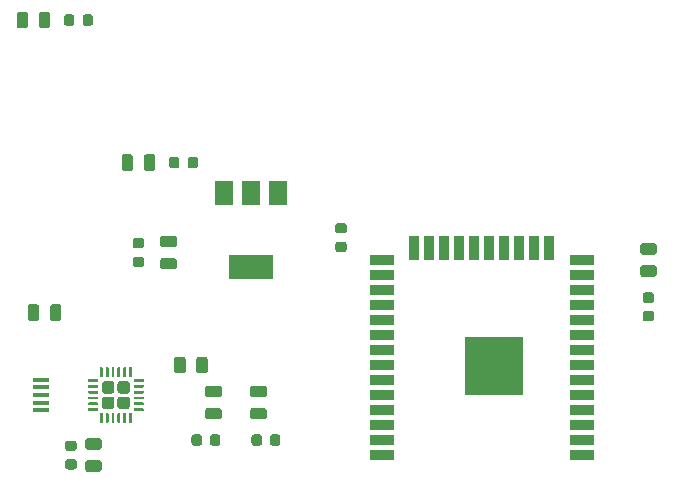
<source format=gbr>
G04 #@! TF.GenerationSoftware,KiCad,Pcbnew,(5.1.5)-3*
G04 #@! TF.CreationDate,2020-06-12T14:11:04-04:00*
G04 #@! TF.ProjectId,main,6d61696e-2e6b-4696-9361-645f70636258,rev?*
G04 #@! TF.SameCoordinates,Original*
G04 #@! TF.FileFunction,Paste,Top*
G04 #@! TF.FilePolarity,Positive*
%FSLAX46Y46*%
G04 Gerber Fmt 4.6, Leading zero omitted, Abs format (unit mm)*
G04 Created by KiCad (PCBNEW (5.1.5)-3) date 2020-06-12 14:11:04*
%MOMM*%
%LPD*%
G04 APERTURE LIST*
%ADD10C,0.100000*%
%ADD11R,2.000000X0.900000*%
%ADD12R,0.900000X2.000000*%
%ADD13R,5.000000X5.000000*%
%ADD14R,1.500000X2.000000*%
%ADD15R,3.800000X2.000000*%
%ADD16R,1.350000X0.400000*%
G04 APERTURE END LIST*
D10*
G36*
X101053626Y-115125301D02*
G01*
X101059693Y-115126201D01*
X101065643Y-115127691D01*
X101071418Y-115129758D01*
X101076962Y-115132380D01*
X101082223Y-115135533D01*
X101087150Y-115139187D01*
X101091694Y-115143306D01*
X101095813Y-115147850D01*
X101099467Y-115152777D01*
X101102620Y-115158038D01*
X101105242Y-115163582D01*
X101107309Y-115169357D01*
X101108799Y-115175307D01*
X101109699Y-115181374D01*
X101110000Y-115187500D01*
X101110000Y-115887500D01*
X101109699Y-115893626D01*
X101108799Y-115899693D01*
X101107309Y-115905643D01*
X101105242Y-115911418D01*
X101102620Y-115916962D01*
X101099467Y-115922223D01*
X101095813Y-115927150D01*
X101091694Y-115931694D01*
X101087150Y-115935813D01*
X101082223Y-115939467D01*
X101076962Y-115942620D01*
X101071418Y-115945242D01*
X101065643Y-115947309D01*
X101059693Y-115948799D01*
X101053626Y-115949699D01*
X101047500Y-115950000D01*
X100922500Y-115950000D01*
X100916374Y-115949699D01*
X100910307Y-115948799D01*
X100904357Y-115947309D01*
X100898582Y-115945242D01*
X100893038Y-115942620D01*
X100887777Y-115939467D01*
X100882850Y-115935813D01*
X100878306Y-115931694D01*
X100874187Y-115927150D01*
X100870533Y-115922223D01*
X100867380Y-115916962D01*
X100864758Y-115911418D01*
X100862691Y-115905643D01*
X100861201Y-115899693D01*
X100860301Y-115893626D01*
X100860000Y-115887500D01*
X100860000Y-115187500D01*
X100860301Y-115181374D01*
X100861201Y-115175307D01*
X100862691Y-115169357D01*
X100864758Y-115163582D01*
X100867380Y-115158038D01*
X100870533Y-115152777D01*
X100874187Y-115147850D01*
X100878306Y-115143306D01*
X100882850Y-115139187D01*
X100887777Y-115135533D01*
X100893038Y-115132380D01*
X100898582Y-115129758D01*
X100904357Y-115127691D01*
X100910307Y-115126201D01*
X100916374Y-115125301D01*
X100922500Y-115125000D01*
X101047500Y-115125000D01*
X101053626Y-115125301D01*
G37*
G36*
X101553626Y-115125301D02*
G01*
X101559693Y-115126201D01*
X101565643Y-115127691D01*
X101571418Y-115129758D01*
X101576962Y-115132380D01*
X101582223Y-115135533D01*
X101587150Y-115139187D01*
X101591694Y-115143306D01*
X101595813Y-115147850D01*
X101599467Y-115152777D01*
X101602620Y-115158038D01*
X101605242Y-115163582D01*
X101607309Y-115169357D01*
X101608799Y-115175307D01*
X101609699Y-115181374D01*
X101610000Y-115187500D01*
X101610000Y-115887500D01*
X101609699Y-115893626D01*
X101608799Y-115899693D01*
X101607309Y-115905643D01*
X101605242Y-115911418D01*
X101602620Y-115916962D01*
X101599467Y-115922223D01*
X101595813Y-115927150D01*
X101591694Y-115931694D01*
X101587150Y-115935813D01*
X101582223Y-115939467D01*
X101576962Y-115942620D01*
X101571418Y-115945242D01*
X101565643Y-115947309D01*
X101559693Y-115948799D01*
X101553626Y-115949699D01*
X101547500Y-115950000D01*
X101422500Y-115950000D01*
X101416374Y-115949699D01*
X101410307Y-115948799D01*
X101404357Y-115947309D01*
X101398582Y-115945242D01*
X101393038Y-115942620D01*
X101387777Y-115939467D01*
X101382850Y-115935813D01*
X101378306Y-115931694D01*
X101374187Y-115927150D01*
X101370533Y-115922223D01*
X101367380Y-115916962D01*
X101364758Y-115911418D01*
X101362691Y-115905643D01*
X101361201Y-115899693D01*
X101360301Y-115893626D01*
X101360000Y-115887500D01*
X101360000Y-115187500D01*
X101360301Y-115181374D01*
X101361201Y-115175307D01*
X101362691Y-115169357D01*
X101364758Y-115163582D01*
X101367380Y-115158038D01*
X101370533Y-115152777D01*
X101374187Y-115147850D01*
X101378306Y-115143306D01*
X101382850Y-115139187D01*
X101387777Y-115135533D01*
X101393038Y-115132380D01*
X101398582Y-115129758D01*
X101404357Y-115127691D01*
X101410307Y-115126201D01*
X101416374Y-115125301D01*
X101422500Y-115125000D01*
X101547500Y-115125000D01*
X101553626Y-115125301D01*
G37*
G36*
X102053626Y-115125301D02*
G01*
X102059693Y-115126201D01*
X102065643Y-115127691D01*
X102071418Y-115129758D01*
X102076962Y-115132380D01*
X102082223Y-115135533D01*
X102087150Y-115139187D01*
X102091694Y-115143306D01*
X102095813Y-115147850D01*
X102099467Y-115152777D01*
X102102620Y-115158038D01*
X102105242Y-115163582D01*
X102107309Y-115169357D01*
X102108799Y-115175307D01*
X102109699Y-115181374D01*
X102110000Y-115187500D01*
X102110000Y-115887500D01*
X102109699Y-115893626D01*
X102108799Y-115899693D01*
X102107309Y-115905643D01*
X102105242Y-115911418D01*
X102102620Y-115916962D01*
X102099467Y-115922223D01*
X102095813Y-115927150D01*
X102091694Y-115931694D01*
X102087150Y-115935813D01*
X102082223Y-115939467D01*
X102076962Y-115942620D01*
X102071418Y-115945242D01*
X102065643Y-115947309D01*
X102059693Y-115948799D01*
X102053626Y-115949699D01*
X102047500Y-115950000D01*
X101922500Y-115950000D01*
X101916374Y-115949699D01*
X101910307Y-115948799D01*
X101904357Y-115947309D01*
X101898582Y-115945242D01*
X101893038Y-115942620D01*
X101887777Y-115939467D01*
X101882850Y-115935813D01*
X101878306Y-115931694D01*
X101874187Y-115927150D01*
X101870533Y-115922223D01*
X101867380Y-115916962D01*
X101864758Y-115911418D01*
X101862691Y-115905643D01*
X101861201Y-115899693D01*
X101860301Y-115893626D01*
X101860000Y-115887500D01*
X101860000Y-115187500D01*
X101860301Y-115181374D01*
X101861201Y-115175307D01*
X101862691Y-115169357D01*
X101864758Y-115163582D01*
X101867380Y-115158038D01*
X101870533Y-115152777D01*
X101874187Y-115147850D01*
X101878306Y-115143306D01*
X101882850Y-115139187D01*
X101887777Y-115135533D01*
X101893038Y-115132380D01*
X101898582Y-115129758D01*
X101904357Y-115127691D01*
X101910307Y-115126201D01*
X101916374Y-115125301D01*
X101922500Y-115125000D01*
X102047500Y-115125000D01*
X102053626Y-115125301D01*
G37*
G36*
X102553626Y-115125301D02*
G01*
X102559693Y-115126201D01*
X102565643Y-115127691D01*
X102571418Y-115129758D01*
X102576962Y-115132380D01*
X102582223Y-115135533D01*
X102587150Y-115139187D01*
X102591694Y-115143306D01*
X102595813Y-115147850D01*
X102599467Y-115152777D01*
X102602620Y-115158038D01*
X102605242Y-115163582D01*
X102607309Y-115169357D01*
X102608799Y-115175307D01*
X102609699Y-115181374D01*
X102610000Y-115187500D01*
X102610000Y-115887500D01*
X102609699Y-115893626D01*
X102608799Y-115899693D01*
X102607309Y-115905643D01*
X102605242Y-115911418D01*
X102602620Y-115916962D01*
X102599467Y-115922223D01*
X102595813Y-115927150D01*
X102591694Y-115931694D01*
X102587150Y-115935813D01*
X102582223Y-115939467D01*
X102576962Y-115942620D01*
X102571418Y-115945242D01*
X102565643Y-115947309D01*
X102559693Y-115948799D01*
X102553626Y-115949699D01*
X102547500Y-115950000D01*
X102422500Y-115950000D01*
X102416374Y-115949699D01*
X102410307Y-115948799D01*
X102404357Y-115947309D01*
X102398582Y-115945242D01*
X102393038Y-115942620D01*
X102387777Y-115939467D01*
X102382850Y-115935813D01*
X102378306Y-115931694D01*
X102374187Y-115927150D01*
X102370533Y-115922223D01*
X102367380Y-115916962D01*
X102364758Y-115911418D01*
X102362691Y-115905643D01*
X102361201Y-115899693D01*
X102360301Y-115893626D01*
X102360000Y-115887500D01*
X102360000Y-115187500D01*
X102360301Y-115181374D01*
X102361201Y-115175307D01*
X102362691Y-115169357D01*
X102364758Y-115163582D01*
X102367380Y-115158038D01*
X102370533Y-115152777D01*
X102374187Y-115147850D01*
X102378306Y-115143306D01*
X102382850Y-115139187D01*
X102387777Y-115135533D01*
X102393038Y-115132380D01*
X102398582Y-115129758D01*
X102404357Y-115127691D01*
X102410307Y-115126201D01*
X102416374Y-115125301D01*
X102422500Y-115125000D01*
X102547500Y-115125000D01*
X102553626Y-115125301D01*
G37*
G36*
X103053626Y-115125301D02*
G01*
X103059693Y-115126201D01*
X103065643Y-115127691D01*
X103071418Y-115129758D01*
X103076962Y-115132380D01*
X103082223Y-115135533D01*
X103087150Y-115139187D01*
X103091694Y-115143306D01*
X103095813Y-115147850D01*
X103099467Y-115152777D01*
X103102620Y-115158038D01*
X103105242Y-115163582D01*
X103107309Y-115169357D01*
X103108799Y-115175307D01*
X103109699Y-115181374D01*
X103110000Y-115187500D01*
X103110000Y-115887500D01*
X103109699Y-115893626D01*
X103108799Y-115899693D01*
X103107309Y-115905643D01*
X103105242Y-115911418D01*
X103102620Y-115916962D01*
X103099467Y-115922223D01*
X103095813Y-115927150D01*
X103091694Y-115931694D01*
X103087150Y-115935813D01*
X103082223Y-115939467D01*
X103076962Y-115942620D01*
X103071418Y-115945242D01*
X103065643Y-115947309D01*
X103059693Y-115948799D01*
X103053626Y-115949699D01*
X103047500Y-115950000D01*
X102922500Y-115950000D01*
X102916374Y-115949699D01*
X102910307Y-115948799D01*
X102904357Y-115947309D01*
X102898582Y-115945242D01*
X102893038Y-115942620D01*
X102887777Y-115939467D01*
X102882850Y-115935813D01*
X102878306Y-115931694D01*
X102874187Y-115927150D01*
X102870533Y-115922223D01*
X102867380Y-115916962D01*
X102864758Y-115911418D01*
X102862691Y-115905643D01*
X102861201Y-115899693D01*
X102860301Y-115893626D01*
X102860000Y-115887500D01*
X102860000Y-115187500D01*
X102860301Y-115181374D01*
X102861201Y-115175307D01*
X102862691Y-115169357D01*
X102864758Y-115163582D01*
X102867380Y-115158038D01*
X102870533Y-115152777D01*
X102874187Y-115147850D01*
X102878306Y-115143306D01*
X102882850Y-115139187D01*
X102887777Y-115135533D01*
X102893038Y-115132380D01*
X102898582Y-115129758D01*
X102904357Y-115127691D01*
X102910307Y-115126201D01*
X102916374Y-115125301D01*
X102922500Y-115125000D01*
X103047500Y-115125000D01*
X103053626Y-115125301D01*
G37*
G36*
X103553626Y-115125301D02*
G01*
X103559693Y-115126201D01*
X103565643Y-115127691D01*
X103571418Y-115129758D01*
X103576962Y-115132380D01*
X103582223Y-115135533D01*
X103587150Y-115139187D01*
X103591694Y-115143306D01*
X103595813Y-115147850D01*
X103599467Y-115152777D01*
X103602620Y-115158038D01*
X103605242Y-115163582D01*
X103607309Y-115169357D01*
X103608799Y-115175307D01*
X103609699Y-115181374D01*
X103610000Y-115187500D01*
X103610000Y-115887500D01*
X103609699Y-115893626D01*
X103608799Y-115899693D01*
X103607309Y-115905643D01*
X103605242Y-115911418D01*
X103602620Y-115916962D01*
X103599467Y-115922223D01*
X103595813Y-115927150D01*
X103591694Y-115931694D01*
X103587150Y-115935813D01*
X103582223Y-115939467D01*
X103576962Y-115942620D01*
X103571418Y-115945242D01*
X103565643Y-115947309D01*
X103559693Y-115948799D01*
X103553626Y-115949699D01*
X103547500Y-115950000D01*
X103422500Y-115950000D01*
X103416374Y-115949699D01*
X103410307Y-115948799D01*
X103404357Y-115947309D01*
X103398582Y-115945242D01*
X103393038Y-115942620D01*
X103387777Y-115939467D01*
X103382850Y-115935813D01*
X103378306Y-115931694D01*
X103374187Y-115927150D01*
X103370533Y-115922223D01*
X103367380Y-115916962D01*
X103364758Y-115911418D01*
X103362691Y-115905643D01*
X103361201Y-115899693D01*
X103360301Y-115893626D01*
X103360000Y-115887500D01*
X103360000Y-115187500D01*
X103360301Y-115181374D01*
X103361201Y-115175307D01*
X103362691Y-115169357D01*
X103364758Y-115163582D01*
X103367380Y-115158038D01*
X103370533Y-115152777D01*
X103374187Y-115147850D01*
X103378306Y-115143306D01*
X103382850Y-115139187D01*
X103387777Y-115135533D01*
X103393038Y-115132380D01*
X103398582Y-115129758D01*
X103404357Y-115127691D01*
X103410307Y-115126201D01*
X103416374Y-115125301D01*
X103422500Y-115125000D01*
X103547500Y-115125000D01*
X103553626Y-115125301D01*
G37*
G36*
X104528626Y-116100301D02*
G01*
X104534693Y-116101201D01*
X104540643Y-116102691D01*
X104546418Y-116104758D01*
X104551962Y-116107380D01*
X104557223Y-116110533D01*
X104562150Y-116114187D01*
X104566694Y-116118306D01*
X104570813Y-116122850D01*
X104574467Y-116127777D01*
X104577620Y-116133038D01*
X104580242Y-116138582D01*
X104582309Y-116144357D01*
X104583799Y-116150307D01*
X104584699Y-116156374D01*
X104585000Y-116162500D01*
X104585000Y-116287500D01*
X104584699Y-116293626D01*
X104583799Y-116299693D01*
X104582309Y-116305643D01*
X104580242Y-116311418D01*
X104577620Y-116316962D01*
X104574467Y-116322223D01*
X104570813Y-116327150D01*
X104566694Y-116331694D01*
X104562150Y-116335813D01*
X104557223Y-116339467D01*
X104551962Y-116342620D01*
X104546418Y-116345242D01*
X104540643Y-116347309D01*
X104534693Y-116348799D01*
X104528626Y-116349699D01*
X104522500Y-116350000D01*
X103822500Y-116350000D01*
X103816374Y-116349699D01*
X103810307Y-116348799D01*
X103804357Y-116347309D01*
X103798582Y-116345242D01*
X103793038Y-116342620D01*
X103787777Y-116339467D01*
X103782850Y-116335813D01*
X103778306Y-116331694D01*
X103774187Y-116327150D01*
X103770533Y-116322223D01*
X103767380Y-116316962D01*
X103764758Y-116311418D01*
X103762691Y-116305643D01*
X103761201Y-116299693D01*
X103760301Y-116293626D01*
X103760000Y-116287500D01*
X103760000Y-116162500D01*
X103760301Y-116156374D01*
X103761201Y-116150307D01*
X103762691Y-116144357D01*
X103764758Y-116138582D01*
X103767380Y-116133038D01*
X103770533Y-116127777D01*
X103774187Y-116122850D01*
X103778306Y-116118306D01*
X103782850Y-116114187D01*
X103787777Y-116110533D01*
X103793038Y-116107380D01*
X103798582Y-116104758D01*
X103804357Y-116102691D01*
X103810307Y-116101201D01*
X103816374Y-116100301D01*
X103822500Y-116100000D01*
X104522500Y-116100000D01*
X104528626Y-116100301D01*
G37*
G36*
X104528626Y-116600301D02*
G01*
X104534693Y-116601201D01*
X104540643Y-116602691D01*
X104546418Y-116604758D01*
X104551962Y-116607380D01*
X104557223Y-116610533D01*
X104562150Y-116614187D01*
X104566694Y-116618306D01*
X104570813Y-116622850D01*
X104574467Y-116627777D01*
X104577620Y-116633038D01*
X104580242Y-116638582D01*
X104582309Y-116644357D01*
X104583799Y-116650307D01*
X104584699Y-116656374D01*
X104585000Y-116662500D01*
X104585000Y-116787500D01*
X104584699Y-116793626D01*
X104583799Y-116799693D01*
X104582309Y-116805643D01*
X104580242Y-116811418D01*
X104577620Y-116816962D01*
X104574467Y-116822223D01*
X104570813Y-116827150D01*
X104566694Y-116831694D01*
X104562150Y-116835813D01*
X104557223Y-116839467D01*
X104551962Y-116842620D01*
X104546418Y-116845242D01*
X104540643Y-116847309D01*
X104534693Y-116848799D01*
X104528626Y-116849699D01*
X104522500Y-116850000D01*
X103822500Y-116850000D01*
X103816374Y-116849699D01*
X103810307Y-116848799D01*
X103804357Y-116847309D01*
X103798582Y-116845242D01*
X103793038Y-116842620D01*
X103787777Y-116839467D01*
X103782850Y-116835813D01*
X103778306Y-116831694D01*
X103774187Y-116827150D01*
X103770533Y-116822223D01*
X103767380Y-116816962D01*
X103764758Y-116811418D01*
X103762691Y-116805643D01*
X103761201Y-116799693D01*
X103760301Y-116793626D01*
X103760000Y-116787500D01*
X103760000Y-116662500D01*
X103760301Y-116656374D01*
X103761201Y-116650307D01*
X103762691Y-116644357D01*
X103764758Y-116638582D01*
X103767380Y-116633038D01*
X103770533Y-116627777D01*
X103774187Y-116622850D01*
X103778306Y-116618306D01*
X103782850Y-116614187D01*
X103787777Y-116610533D01*
X103793038Y-116607380D01*
X103798582Y-116604758D01*
X103804357Y-116602691D01*
X103810307Y-116601201D01*
X103816374Y-116600301D01*
X103822500Y-116600000D01*
X104522500Y-116600000D01*
X104528626Y-116600301D01*
G37*
G36*
X104528626Y-117100301D02*
G01*
X104534693Y-117101201D01*
X104540643Y-117102691D01*
X104546418Y-117104758D01*
X104551962Y-117107380D01*
X104557223Y-117110533D01*
X104562150Y-117114187D01*
X104566694Y-117118306D01*
X104570813Y-117122850D01*
X104574467Y-117127777D01*
X104577620Y-117133038D01*
X104580242Y-117138582D01*
X104582309Y-117144357D01*
X104583799Y-117150307D01*
X104584699Y-117156374D01*
X104585000Y-117162500D01*
X104585000Y-117287500D01*
X104584699Y-117293626D01*
X104583799Y-117299693D01*
X104582309Y-117305643D01*
X104580242Y-117311418D01*
X104577620Y-117316962D01*
X104574467Y-117322223D01*
X104570813Y-117327150D01*
X104566694Y-117331694D01*
X104562150Y-117335813D01*
X104557223Y-117339467D01*
X104551962Y-117342620D01*
X104546418Y-117345242D01*
X104540643Y-117347309D01*
X104534693Y-117348799D01*
X104528626Y-117349699D01*
X104522500Y-117350000D01*
X103822500Y-117350000D01*
X103816374Y-117349699D01*
X103810307Y-117348799D01*
X103804357Y-117347309D01*
X103798582Y-117345242D01*
X103793038Y-117342620D01*
X103787777Y-117339467D01*
X103782850Y-117335813D01*
X103778306Y-117331694D01*
X103774187Y-117327150D01*
X103770533Y-117322223D01*
X103767380Y-117316962D01*
X103764758Y-117311418D01*
X103762691Y-117305643D01*
X103761201Y-117299693D01*
X103760301Y-117293626D01*
X103760000Y-117287500D01*
X103760000Y-117162500D01*
X103760301Y-117156374D01*
X103761201Y-117150307D01*
X103762691Y-117144357D01*
X103764758Y-117138582D01*
X103767380Y-117133038D01*
X103770533Y-117127777D01*
X103774187Y-117122850D01*
X103778306Y-117118306D01*
X103782850Y-117114187D01*
X103787777Y-117110533D01*
X103793038Y-117107380D01*
X103798582Y-117104758D01*
X103804357Y-117102691D01*
X103810307Y-117101201D01*
X103816374Y-117100301D01*
X103822500Y-117100000D01*
X104522500Y-117100000D01*
X104528626Y-117100301D01*
G37*
G36*
X104528626Y-117600301D02*
G01*
X104534693Y-117601201D01*
X104540643Y-117602691D01*
X104546418Y-117604758D01*
X104551962Y-117607380D01*
X104557223Y-117610533D01*
X104562150Y-117614187D01*
X104566694Y-117618306D01*
X104570813Y-117622850D01*
X104574467Y-117627777D01*
X104577620Y-117633038D01*
X104580242Y-117638582D01*
X104582309Y-117644357D01*
X104583799Y-117650307D01*
X104584699Y-117656374D01*
X104585000Y-117662500D01*
X104585000Y-117787500D01*
X104584699Y-117793626D01*
X104583799Y-117799693D01*
X104582309Y-117805643D01*
X104580242Y-117811418D01*
X104577620Y-117816962D01*
X104574467Y-117822223D01*
X104570813Y-117827150D01*
X104566694Y-117831694D01*
X104562150Y-117835813D01*
X104557223Y-117839467D01*
X104551962Y-117842620D01*
X104546418Y-117845242D01*
X104540643Y-117847309D01*
X104534693Y-117848799D01*
X104528626Y-117849699D01*
X104522500Y-117850000D01*
X103822500Y-117850000D01*
X103816374Y-117849699D01*
X103810307Y-117848799D01*
X103804357Y-117847309D01*
X103798582Y-117845242D01*
X103793038Y-117842620D01*
X103787777Y-117839467D01*
X103782850Y-117835813D01*
X103778306Y-117831694D01*
X103774187Y-117827150D01*
X103770533Y-117822223D01*
X103767380Y-117816962D01*
X103764758Y-117811418D01*
X103762691Y-117805643D01*
X103761201Y-117799693D01*
X103760301Y-117793626D01*
X103760000Y-117787500D01*
X103760000Y-117662500D01*
X103760301Y-117656374D01*
X103761201Y-117650307D01*
X103762691Y-117644357D01*
X103764758Y-117638582D01*
X103767380Y-117633038D01*
X103770533Y-117627777D01*
X103774187Y-117622850D01*
X103778306Y-117618306D01*
X103782850Y-117614187D01*
X103787777Y-117610533D01*
X103793038Y-117607380D01*
X103798582Y-117604758D01*
X103804357Y-117602691D01*
X103810307Y-117601201D01*
X103816374Y-117600301D01*
X103822500Y-117600000D01*
X104522500Y-117600000D01*
X104528626Y-117600301D01*
G37*
G36*
X104528626Y-118100301D02*
G01*
X104534693Y-118101201D01*
X104540643Y-118102691D01*
X104546418Y-118104758D01*
X104551962Y-118107380D01*
X104557223Y-118110533D01*
X104562150Y-118114187D01*
X104566694Y-118118306D01*
X104570813Y-118122850D01*
X104574467Y-118127777D01*
X104577620Y-118133038D01*
X104580242Y-118138582D01*
X104582309Y-118144357D01*
X104583799Y-118150307D01*
X104584699Y-118156374D01*
X104585000Y-118162500D01*
X104585000Y-118287500D01*
X104584699Y-118293626D01*
X104583799Y-118299693D01*
X104582309Y-118305643D01*
X104580242Y-118311418D01*
X104577620Y-118316962D01*
X104574467Y-118322223D01*
X104570813Y-118327150D01*
X104566694Y-118331694D01*
X104562150Y-118335813D01*
X104557223Y-118339467D01*
X104551962Y-118342620D01*
X104546418Y-118345242D01*
X104540643Y-118347309D01*
X104534693Y-118348799D01*
X104528626Y-118349699D01*
X104522500Y-118350000D01*
X103822500Y-118350000D01*
X103816374Y-118349699D01*
X103810307Y-118348799D01*
X103804357Y-118347309D01*
X103798582Y-118345242D01*
X103793038Y-118342620D01*
X103787777Y-118339467D01*
X103782850Y-118335813D01*
X103778306Y-118331694D01*
X103774187Y-118327150D01*
X103770533Y-118322223D01*
X103767380Y-118316962D01*
X103764758Y-118311418D01*
X103762691Y-118305643D01*
X103761201Y-118299693D01*
X103760301Y-118293626D01*
X103760000Y-118287500D01*
X103760000Y-118162500D01*
X103760301Y-118156374D01*
X103761201Y-118150307D01*
X103762691Y-118144357D01*
X103764758Y-118138582D01*
X103767380Y-118133038D01*
X103770533Y-118127777D01*
X103774187Y-118122850D01*
X103778306Y-118118306D01*
X103782850Y-118114187D01*
X103787777Y-118110533D01*
X103793038Y-118107380D01*
X103798582Y-118104758D01*
X103804357Y-118102691D01*
X103810307Y-118101201D01*
X103816374Y-118100301D01*
X103822500Y-118100000D01*
X104522500Y-118100000D01*
X104528626Y-118100301D01*
G37*
G36*
X104528626Y-118600301D02*
G01*
X104534693Y-118601201D01*
X104540643Y-118602691D01*
X104546418Y-118604758D01*
X104551962Y-118607380D01*
X104557223Y-118610533D01*
X104562150Y-118614187D01*
X104566694Y-118618306D01*
X104570813Y-118622850D01*
X104574467Y-118627777D01*
X104577620Y-118633038D01*
X104580242Y-118638582D01*
X104582309Y-118644357D01*
X104583799Y-118650307D01*
X104584699Y-118656374D01*
X104585000Y-118662500D01*
X104585000Y-118787500D01*
X104584699Y-118793626D01*
X104583799Y-118799693D01*
X104582309Y-118805643D01*
X104580242Y-118811418D01*
X104577620Y-118816962D01*
X104574467Y-118822223D01*
X104570813Y-118827150D01*
X104566694Y-118831694D01*
X104562150Y-118835813D01*
X104557223Y-118839467D01*
X104551962Y-118842620D01*
X104546418Y-118845242D01*
X104540643Y-118847309D01*
X104534693Y-118848799D01*
X104528626Y-118849699D01*
X104522500Y-118850000D01*
X103822500Y-118850000D01*
X103816374Y-118849699D01*
X103810307Y-118848799D01*
X103804357Y-118847309D01*
X103798582Y-118845242D01*
X103793038Y-118842620D01*
X103787777Y-118839467D01*
X103782850Y-118835813D01*
X103778306Y-118831694D01*
X103774187Y-118827150D01*
X103770533Y-118822223D01*
X103767380Y-118816962D01*
X103764758Y-118811418D01*
X103762691Y-118805643D01*
X103761201Y-118799693D01*
X103760301Y-118793626D01*
X103760000Y-118787500D01*
X103760000Y-118662500D01*
X103760301Y-118656374D01*
X103761201Y-118650307D01*
X103762691Y-118644357D01*
X103764758Y-118638582D01*
X103767380Y-118633038D01*
X103770533Y-118627777D01*
X103774187Y-118622850D01*
X103778306Y-118618306D01*
X103782850Y-118614187D01*
X103787777Y-118610533D01*
X103793038Y-118607380D01*
X103798582Y-118604758D01*
X103804357Y-118602691D01*
X103810307Y-118601201D01*
X103816374Y-118600301D01*
X103822500Y-118600000D01*
X104522500Y-118600000D01*
X104528626Y-118600301D01*
G37*
G36*
X103553626Y-119000301D02*
G01*
X103559693Y-119001201D01*
X103565643Y-119002691D01*
X103571418Y-119004758D01*
X103576962Y-119007380D01*
X103582223Y-119010533D01*
X103587150Y-119014187D01*
X103591694Y-119018306D01*
X103595813Y-119022850D01*
X103599467Y-119027777D01*
X103602620Y-119033038D01*
X103605242Y-119038582D01*
X103607309Y-119044357D01*
X103608799Y-119050307D01*
X103609699Y-119056374D01*
X103610000Y-119062500D01*
X103610000Y-119762500D01*
X103609699Y-119768626D01*
X103608799Y-119774693D01*
X103607309Y-119780643D01*
X103605242Y-119786418D01*
X103602620Y-119791962D01*
X103599467Y-119797223D01*
X103595813Y-119802150D01*
X103591694Y-119806694D01*
X103587150Y-119810813D01*
X103582223Y-119814467D01*
X103576962Y-119817620D01*
X103571418Y-119820242D01*
X103565643Y-119822309D01*
X103559693Y-119823799D01*
X103553626Y-119824699D01*
X103547500Y-119825000D01*
X103422500Y-119825000D01*
X103416374Y-119824699D01*
X103410307Y-119823799D01*
X103404357Y-119822309D01*
X103398582Y-119820242D01*
X103393038Y-119817620D01*
X103387777Y-119814467D01*
X103382850Y-119810813D01*
X103378306Y-119806694D01*
X103374187Y-119802150D01*
X103370533Y-119797223D01*
X103367380Y-119791962D01*
X103364758Y-119786418D01*
X103362691Y-119780643D01*
X103361201Y-119774693D01*
X103360301Y-119768626D01*
X103360000Y-119762500D01*
X103360000Y-119062500D01*
X103360301Y-119056374D01*
X103361201Y-119050307D01*
X103362691Y-119044357D01*
X103364758Y-119038582D01*
X103367380Y-119033038D01*
X103370533Y-119027777D01*
X103374187Y-119022850D01*
X103378306Y-119018306D01*
X103382850Y-119014187D01*
X103387777Y-119010533D01*
X103393038Y-119007380D01*
X103398582Y-119004758D01*
X103404357Y-119002691D01*
X103410307Y-119001201D01*
X103416374Y-119000301D01*
X103422500Y-119000000D01*
X103547500Y-119000000D01*
X103553626Y-119000301D01*
G37*
G36*
X103053626Y-119000301D02*
G01*
X103059693Y-119001201D01*
X103065643Y-119002691D01*
X103071418Y-119004758D01*
X103076962Y-119007380D01*
X103082223Y-119010533D01*
X103087150Y-119014187D01*
X103091694Y-119018306D01*
X103095813Y-119022850D01*
X103099467Y-119027777D01*
X103102620Y-119033038D01*
X103105242Y-119038582D01*
X103107309Y-119044357D01*
X103108799Y-119050307D01*
X103109699Y-119056374D01*
X103110000Y-119062500D01*
X103110000Y-119762500D01*
X103109699Y-119768626D01*
X103108799Y-119774693D01*
X103107309Y-119780643D01*
X103105242Y-119786418D01*
X103102620Y-119791962D01*
X103099467Y-119797223D01*
X103095813Y-119802150D01*
X103091694Y-119806694D01*
X103087150Y-119810813D01*
X103082223Y-119814467D01*
X103076962Y-119817620D01*
X103071418Y-119820242D01*
X103065643Y-119822309D01*
X103059693Y-119823799D01*
X103053626Y-119824699D01*
X103047500Y-119825000D01*
X102922500Y-119825000D01*
X102916374Y-119824699D01*
X102910307Y-119823799D01*
X102904357Y-119822309D01*
X102898582Y-119820242D01*
X102893038Y-119817620D01*
X102887777Y-119814467D01*
X102882850Y-119810813D01*
X102878306Y-119806694D01*
X102874187Y-119802150D01*
X102870533Y-119797223D01*
X102867380Y-119791962D01*
X102864758Y-119786418D01*
X102862691Y-119780643D01*
X102861201Y-119774693D01*
X102860301Y-119768626D01*
X102860000Y-119762500D01*
X102860000Y-119062500D01*
X102860301Y-119056374D01*
X102861201Y-119050307D01*
X102862691Y-119044357D01*
X102864758Y-119038582D01*
X102867380Y-119033038D01*
X102870533Y-119027777D01*
X102874187Y-119022850D01*
X102878306Y-119018306D01*
X102882850Y-119014187D01*
X102887777Y-119010533D01*
X102893038Y-119007380D01*
X102898582Y-119004758D01*
X102904357Y-119002691D01*
X102910307Y-119001201D01*
X102916374Y-119000301D01*
X102922500Y-119000000D01*
X103047500Y-119000000D01*
X103053626Y-119000301D01*
G37*
G36*
X102553626Y-119000301D02*
G01*
X102559693Y-119001201D01*
X102565643Y-119002691D01*
X102571418Y-119004758D01*
X102576962Y-119007380D01*
X102582223Y-119010533D01*
X102587150Y-119014187D01*
X102591694Y-119018306D01*
X102595813Y-119022850D01*
X102599467Y-119027777D01*
X102602620Y-119033038D01*
X102605242Y-119038582D01*
X102607309Y-119044357D01*
X102608799Y-119050307D01*
X102609699Y-119056374D01*
X102610000Y-119062500D01*
X102610000Y-119762500D01*
X102609699Y-119768626D01*
X102608799Y-119774693D01*
X102607309Y-119780643D01*
X102605242Y-119786418D01*
X102602620Y-119791962D01*
X102599467Y-119797223D01*
X102595813Y-119802150D01*
X102591694Y-119806694D01*
X102587150Y-119810813D01*
X102582223Y-119814467D01*
X102576962Y-119817620D01*
X102571418Y-119820242D01*
X102565643Y-119822309D01*
X102559693Y-119823799D01*
X102553626Y-119824699D01*
X102547500Y-119825000D01*
X102422500Y-119825000D01*
X102416374Y-119824699D01*
X102410307Y-119823799D01*
X102404357Y-119822309D01*
X102398582Y-119820242D01*
X102393038Y-119817620D01*
X102387777Y-119814467D01*
X102382850Y-119810813D01*
X102378306Y-119806694D01*
X102374187Y-119802150D01*
X102370533Y-119797223D01*
X102367380Y-119791962D01*
X102364758Y-119786418D01*
X102362691Y-119780643D01*
X102361201Y-119774693D01*
X102360301Y-119768626D01*
X102360000Y-119762500D01*
X102360000Y-119062500D01*
X102360301Y-119056374D01*
X102361201Y-119050307D01*
X102362691Y-119044357D01*
X102364758Y-119038582D01*
X102367380Y-119033038D01*
X102370533Y-119027777D01*
X102374187Y-119022850D01*
X102378306Y-119018306D01*
X102382850Y-119014187D01*
X102387777Y-119010533D01*
X102393038Y-119007380D01*
X102398582Y-119004758D01*
X102404357Y-119002691D01*
X102410307Y-119001201D01*
X102416374Y-119000301D01*
X102422500Y-119000000D01*
X102547500Y-119000000D01*
X102553626Y-119000301D01*
G37*
G36*
X102053626Y-119000301D02*
G01*
X102059693Y-119001201D01*
X102065643Y-119002691D01*
X102071418Y-119004758D01*
X102076962Y-119007380D01*
X102082223Y-119010533D01*
X102087150Y-119014187D01*
X102091694Y-119018306D01*
X102095813Y-119022850D01*
X102099467Y-119027777D01*
X102102620Y-119033038D01*
X102105242Y-119038582D01*
X102107309Y-119044357D01*
X102108799Y-119050307D01*
X102109699Y-119056374D01*
X102110000Y-119062500D01*
X102110000Y-119762500D01*
X102109699Y-119768626D01*
X102108799Y-119774693D01*
X102107309Y-119780643D01*
X102105242Y-119786418D01*
X102102620Y-119791962D01*
X102099467Y-119797223D01*
X102095813Y-119802150D01*
X102091694Y-119806694D01*
X102087150Y-119810813D01*
X102082223Y-119814467D01*
X102076962Y-119817620D01*
X102071418Y-119820242D01*
X102065643Y-119822309D01*
X102059693Y-119823799D01*
X102053626Y-119824699D01*
X102047500Y-119825000D01*
X101922500Y-119825000D01*
X101916374Y-119824699D01*
X101910307Y-119823799D01*
X101904357Y-119822309D01*
X101898582Y-119820242D01*
X101893038Y-119817620D01*
X101887777Y-119814467D01*
X101882850Y-119810813D01*
X101878306Y-119806694D01*
X101874187Y-119802150D01*
X101870533Y-119797223D01*
X101867380Y-119791962D01*
X101864758Y-119786418D01*
X101862691Y-119780643D01*
X101861201Y-119774693D01*
X101860301Y-119768626D01*
X101860000Y-119762500D01*
X101860000Y-119062500D01*
X101860301Y-119056374D01*
X101861201Y-119050307D01*
X101862691Y-119044357D01*
X101864758Y-119038582D01*
X101867380Y-119033038D01*
X101870533Y-119027777D01*
X101874187Y-119022850D01*
X101878306Y-119018306D01*
X101882850Y-119014187D01*
X101887777Y-119010533D01*
X101893038Y-119007380D01*
X101898582Y-119004758D01*
X101904357Y-119002691D01*
X101910307Y-119001201D01*
X101916374Y-119000301D01*
X101922500Y-119000000D01*
X102047500Y-119000000D01*
X102053626Y-119000301D01*
G37*
G36*
X101553626Y-119000301D02*
G01*
X101559693Y-119001201D01*
X101565643Y-119002691D01*
X101571418Y-119004758D01*
X101576962Y-119007380D01*
X101582223Y-119010533D01*
X101587150Y-119014187D01*
X101591694Y-119018306D01*
X101595813Y-119022850D01*
X101599467Y-119027777D01*
X101602620Y-119033038D01*
X101605242Y-119038582D01*
X101607309Y-119044357D01*
X101608799Y-119050307D01*
X101609699Y-119056374D01*
X101610000Y-119062500D01*
X101610000Y-119762500D01*
X101609699Y-119768626D01*
X101608799Y-119774693D01*
X101607309Y-119780643D01*
X101605242Y-119786418D01*
X101602620Y-119791962D01*
X101599467Y-119797223D01*
X101595813Y-119802150D01*
X101591694Y-119806694D01*
X101587150Y-119810813D01*
X101582223Y-119814467D01*
X101576962Y-119817620D01*
X101571418Y-119820242D01*
X101565643Y-119822309D01*
X101559693Y-119823799D01*
X101553626Y-119824699D01*
X101547500Y-119825000D01*
X101422500Y-119825000D01*
X101416374Y-119824699D01*
X101410307Y-119823799D01*
X101404357Y-119822309D01*
X101398582Y-119820242D01*
X101393038Y-119817620D01*
X101387777Y-119814467D01*
X101382850Y-119810813D01*
X101378306Y-119806694D01*
X101374187Y-119802150D01*
X101370533Y-119797223D01*
X101367380Y-119791962D01*
X101364758Y-119786418D01*
X101362691Y-119780643D01*
X101361201Y-119774693D01*
X101360301Y-119768626D01*
X101360000Y-119762500D01*
X101360000Y-119062500D01*
X101360301Y-119056374D01*
X101361201Y-119050307D01*
X101362691Y-119044357D01*
X101364758Y-119038582D01*
X101367380Y-119033038D01*
X101370533Y-119027777D01*
X101374187Y-119022850D01*
X101378306Y-119018306D01*
X101382850Y-119014187D01*
X101387777Y-119010533D01*
X101393038Y-119007380D01*
X101398582Y-119004758D01*
X101404357Y-119002691D01*
X101410307Y-119001201D01*
X101416374Y-119000301D01*
X101422500Y-119000000D01*
X101547500Y-119000000D01*
X101553626Y-119000301D01*
G37*
G36*
X101053626Y-119000301D02*
G01*
X101059693Y-119001201D01*
X101065643Y-119002691D01*
X101071418Y-119004758D01*
X101076962Y-119007380D01*
X101082223Y-119010533D01*
X101087150Y-119014187D01*
X101091694Y-119018306D01*
X101095813Y-119022850D01*
X101099467Y-119027777D01*
X101102620Y-119033038D01*
X101105242Y-119038582D01*
X101107309Y-119044357D01*
X101108799Y-119050307D01*
X101109699Y-119056374D01*
X101110000Y-119062500D01*
X101110000Y-119762500D01*
X101109699Y-119768626D01*
X101108799Y-119774693D01*
X101107309Y-119780643D01*
X101105242Y-119786418D01*
X101102620Y-119791962D01*
X101099467Y-119797223D01*
X101095813Y-119802150D01*
X101091694Y-119806694D01*
X101087150Y-119810813D01*
X101082223Y-119814467D01*
X101076962Y-119817620D01*
X101071418Y-119820242D01*
X101065643Y-119822309D01*
X101059693Y-119823799D01*
X101053626Y-119824699D01*
X101047500Y-119825000D01*
X100922500Y-119825000D01*
X100916374Y-119824699D01*
X100910307Y-119823799D01*
X100904357Y-119822309D01*
X100898582Y-119820242D01*
X100893038Y-119817620D01*
X100887777Y-119814467D01*
X100882850Y-119810813D01*
X100878306Y-119806694D01*
X100874187Y-119802150D01*
X100870533Y-119797223D01*
X100867380Y-119791962D01*
X100864758Y-119786418D01*
X100862691Y-119780643D01*
X100861201Y-119774693D01*
X100860301Y-119768626D01*
X100860000Y-119762500D01*
X100860000Y-119062500D01*
X100860301Y-119056374D01*
X100861201Y-119050307D01*
X100862691Y-119044357D01*
X100864758Y-119038582D01*
X100867380Y-119033038D01*
X100870533Y-119027777D01*
X100874187Y-119022850D01*
X100878306Y-119018306D01*
X100882850Y-119014187D01*
X100887777Y-119010533D01*
X100893038Y-119007380D01*
X100898582Y-119004758D01*
X100904357Y-119002691D01*
X100910307Y-119001201D01*
X100916374Y-119000301D01*
X100922500Y-119000000D01*
X101047500Y-119000000D01*
X101053626Y-119000301D01*
G37*
G36*
X100653626Y-118600301D02*
G01*
X100659693Y-118601201D01*
X100665643Y-118602691D01*
X100671418Y-118604758D01*
X100676962Y-118607380D01*
X100682223Y-118610533D01*
X100687150Y-118614187D01*
X100691694Y-118618306D01*
X100695813Y-118622850D01*
X100699467Y-118627777D01*
X100702620Y-118633038D01*
X100705242Y-118638582D01*
X100707309Y-118644357D01*
X100708799Y-118650307D01*
X100709699Y-118656374D01*
X100710000Y-118662500D01*
X100710000Y-118787500D01*
X100709699Y-118793626D01*
X100708799Y-118799693D01*
X100707309Y-118805643D01*
X100705242Y-118811418D01*
X100702620Y-118816962D01*
X100699467Y-118822223D01*
X100695813Y-118827150D01*
X100691694Y-118831694D01*
X100687150Y-118835813D01*
X100682223Y-118839467D01*
X100676962Y-118842620D01*
X100671418Y-118845242D01*
X100665643Y-118847309D01*
X100659693Y-118848799D01*
X100653626Y-118849699D01*
X100647500Y-118850000D01*
X99947500Y-118850000D01*
X99941374Y-118849699D01*
X99935307Y-118848799D01*
X99929357Y-118847309D01*
X99923582Y-118845242D01*
X99918038Y-118842620D01*
X99912777Y-118839467D01*
X99907850Y-118835813D01*
X99903306Y-118831694D01*
X99899187Y-118827150D01*
X99895533Y-118822223D01*
X99892380Y-118816962D01*
X99889758Y-118811418D01*
X99887691Y-118805643D01*
X99886201Y-118799693D01*
X99885301Y-118793626D01*
X99885000Y-118787500D01*
X99885000Y-118662500D01*
X99885301Y-118656374D01*
X99886201Y-118650307D01*
X99887691Y-118644357D01*
X99889758Y-118638582D01*
X99892380Y-118633038D01*
X99895533Y-118627777D01*
X99899187Y-118622850D01*
X99903306Y-118618306D01*
X99907850Y-118614187D01*
X99912777Y-118610533D01*
X99918038Y-118607380D01*
X99923582Y-118604758D01*
X99929357Y-118602691D01*
X99935307Y-118601201D01*
X99941374Y-118600301D01*
X99947500Y-118600000D01*
X100647500Y-118600000D01*
X100653626Y-118600301D01*
G37*
G36*
X100653626Y-118100301D02*
G01*
X100659693Y-118101201D01*
X100665643Y-118102691D01*
X100671418Y-118104758D01*
X100676962Y-118107380D01*
X100682223Y-118110533D01*
X100687150Y-118114187D01*
X100691694Y-118118306D01*
X100695813Y-118122850D01*
X100699467Y-118127777D01*
X100702620Y-118133038D01*
X100705242Y-118138582D01*
X100707309Y-118144357D01*
X100708799Y-118150307D01*
X100709699Y-118156374D01*
X100710000Y-118162500D01*
X100710000Y-118287500D01*
X100709699Y-118293626D01*
X100708799Y-118299693D01*
X100707309Y-118305643D01*
X100705242Y-118311418D01*
X100702620Y-118316962D01*
X100699467Y-118322223D01*
X100695813Y-118327150D01*
X100691694Y-118331694D01*
X100687150Y-118335813D01*
X100682223Y-118339467D01*
X100676962Y-118342620D01*
X100671418Y-118345242D01*
X100665643Y-118347309D01*
X100659693Y-118348799D01*
X100653626Y-118349699D01*
X100647500Y-118350000D01*
X99947500Y-118350000D01*
X99941374Y-118349699D01*
X99935307Y-118348799D01*
X99929357Y-118347309D01*
X99923582Y-118345242D01*
X99918038Y-118342620D01*
X99912777Y-118339467D01*
X99907850Y-118335813D01*
X99903306Y-118331694D01*
X99899187Y-118327150D01*
X99895533Y-118322223D01*
X99892380Y-118316962D01*
X99889758Y-118311418D01*
X99887691Y-118305643D01*
X99886201Y-118299693D01*
X99885301Y-118293626D01*
X99885000Y-118287500D01*
X99885000Y-118162500D01*
X99885301Y-118156374D01*
X99886201Y-118150307D01*
X99887691Y-118144357D01*
X99889758Y-118138582D01*
X99892380Y-118133038D01*
X99895533Y-118127777D01*
X99899187Y-118122850D01*
X99903306Y-118118306D01*
X99907850Y-118114187D01*
X99912777Y-118110533D01*
X99918038Y-118107380D01*
X99923582Y-118104758D01*
X99929357Y-118102691D01*
X99935307Y-118101201D01*
X99941374Y-118100301D01*
X99947500Y-118100000D01*
X100647500Y-118100000D01*
X100653626Y-118100301D01*
G37*
G36*
X100653626Y-117600301D02*
G01*
X100659693Y-117601201D01*
X100665643Y-117602691D01*
X100671418Y-117604758D01*
X100676962Y-117607380D01*
X100682223Y-117610533D01*
X100687150Y-117614187D01*
X100691694Y-117618306D01*
X100695813Y-117622850D01*
X100699467Y-117627777D01*
X100702620Y-117633038D01*
X100705242Y-117638582D01*
X100707309Y-117644357D01*
X100708799Y-117650307D01*
X100709699Y-117656374D01*
X100710000Y-117662500D01*
X100710000Y-117787500D01*
X100709699Y-117793626D01*
X100708799Y-117799693D01*
X100707309Y-117805643D01*
X100705242Y-117811418D01*
X100702620Y-117816962D01*
X100699467Y-117822223D01*
X100695813Y-117827150D01*
X100691694Y-117831694D01*
X100687150Y-117835813D01*
X100682223Y-117839467D01*
X100676962Y-117842620D01*
X100671418Y-117845242D01*
X100665643Y-117847309D01*
X100659693Y-117848799D01*
X100653626Y-117849699D01*
X100647500Y-117850000D01*
X99947500Y-117850000D01*
X99941374Y-117849699D01*
X99935307Y-117848799D01*
X99929357Y-117847309D01*
X99923582Y-117845242D01*
X99918038Y-117842620D01*
X99912777Y-117839467D01*
X99907850Y-117835813D01*
X99903306Y-117831694D01*
X99899187Y-117827150D01*
X99895533Y-117822223D01*
X99892380Y-117816962D01*
X99889758Y-117811418D01*
X99887691Y-117805643D01*
X99886201Y-117799693D01*
X99885301Y-117793626D01*
X99885000Y-117787500D01*
X99885000Y-117662500D01*
X99885301Y-117656374D01*
X99886201Y-117650307D01*
X99887691Y-117644357D01*
X99889758Y-117638582D01*
X99892380Y-117633038D01*
X99895533Y-117627777D01*
X99899187Y-117622850D01*
X99903306Y-117618306D01*
X99907850Y-117614187D01*
X99912777Y-117610533D01*
X99918038Y-117607380D01*
X99923582Y-117604758D01*
X99929357Y-117602691D01*
X99935307Y-117601201D01*
X99941374Y-117600301D01*
X99947500Y-117600000D01*
X100647500Y-117600000D01*
X100653626Y-117600301D01*
G37*
G36*
X100653626Y-117100301D02*
G01*
X100659693Y-117101201D01*
X100665643Y-117102691D01*
X100671418Y-117104758D01*
X100676962Y-117107380D01*
X100682223Y-117110533D01*
X100687150Y-117114187D01*
X100691694Y-117118306D01*
X100695813Y-117122850D01*
X100699467Y-117127777D01*
X100702620Y-117133038D01*
X100705242Y-117138582D01*
X100707309Y-117144357D01*
X100708799Y-117150307D01*
X100709699Y-117156374D01*
X100710000Y-117162500D01*
X100710000Y-117287500D01*
X100709699Y-117293626D01*
X100708799Y-117299693D01*
X100707309Y-117305643D01*
X100705242Y-117311418D01*
X100702620Y-117316962D01*
X100699467Y-117322223D01*
X100695813Y-117327150D01*
X100691694Y-117331694D01*
X100687150Y-117335813D01*
X100682223Y-117339467D01*
X100676962Y-117342620D01*
X100671418Y-117345242D01*
X100665643Y-117347309D01*
X100659693Y-117348799D01*
X100653626Y-117349699D01*
X100647500Y-117350000D01*
X99947500Y-117350000D01*
X99941374Y-117349699D01*
X99935307Y-117348799D01*
X99929357Y-117347309D01*
X99923582Y-117345242D01*
X99918038Y-117342620D01*
X99912777Y-117339467D01*
X99907850Y-117335813D01*
X99903306Y-117331694D01*
X99899187Y-117327150D01*
X99895533Y-117322223D01*
X99892380Y-117316962D01*
X99889758Y-117311418D01*
X99887691Y-117305643D01*
X99886201Y-117299693D01*
X99885301Y-117293626D01*
X99885000Y-117287500D01*
X99885000Y-117162500D01*
X99885301Y-117156374D01*
X99886201Y-117150307D01*
X99887691Y-117144357D01*
X99889758Y-117138582D01*
X99892380Y-117133038D01*
X99895533Y-117127777D01*
X99899187Y-117122850D01*
X99903306Y-117118306D01*
X99907850Y-117114187D01*
X99912777Y-117110533D01*
X99918038Y-117107380D01*
X99923582Y-117104758D01*
X99929357Y-117102691D01*
X99935307Y-117101201D01*
X99941374Y-117100301D01*
X99947500Y-117100000D01*
X100647500Y-117100000D01*
X100653626Y-117100301D01*
G37*
G36*
X100653626Y-116600301D02*
G01*
X100659693Y-116601201D01*
X100665643Y-116602691D01*
X100671418Y-116604758D01*
X100676962Y-116607380D01*
X100682223Y-116610533D01*
X100687150Y-116614187D01*
X100691694Y-116618306D01*
X100695813Y-116622850D01*
X100699467Y-116627777D01*
X100702620Y-116633038D01*
X100705242Y-116638582D01*
X100707309Y-116644357D01*
X100708799Y-116650307D01*
X100709699Y-116656374D01*
X100710000Y-116662500D01*
X100710000Y-116787500D01*
X100709699Y-116793626D01*
X100708799Y-116799693D01*
X100707309Y-116805643D01*
X100705242Y-116811418D01*
X100702620Y-116816962D01*
X100699467Y-116822223D01*
X100695813Y-116827150D01*
X100691694Y-116831694D01*
X100687150Y-116835813D01*
X100682223Y-116839467D01*
X100676962Y-116842620D01*
X100671418Y-116845242D01*
X100665643Y-116847309D01*
X100659693Y-116848799D01*
X100653626Y-116849699D01*
X100647500Y-116850000D01*
X99947500Y-116850000D01*
X99941374Y-116849699D01*
X99935307Y-116848799D01*
X99929357Y-116847309D01*
X99923582Y-116845242D01*
X99918038Y-116842620D01*
X99912777Y-116839467D01*
X99907850Y-116835813D01*
X99903306Y-116831694D01*
X99899187Y-116827150D01*
X99895533Y-116822223D01*
X99892380Y-116816962D01*
X99889758Y-116811418D01*
X99887691Y-116805643D01*
X99886201Y-116799693D01*
X99885301Y-116793626D01*
X99885000Y-116787500D01*
X99885000Y-116662500D01*
X99885301Y-116656374D01*
X99886201Y-116650307D01*
X99887691Y-116644357D01*
X99889758Y-116638582D01*
X99892380Y-116633038D01*
X99895533Y-116627777D01*
X99899187Y-116622850D01*
X99903306Y-116618306D01*
X99907850Y-116614187D01*
X99912777Y-116610533D01*
X99918038Y-116607380D01*
X99923582Y-116604758D01*
X99929357Y-116602691D01*
X99935307Y-116601201D01*
X99941374Y-116600301D01*
X99947500Y-116600000D01*
X100647500Y-116600000D01*
X100653626Y-116600301D01*
G37*
G36*
X100653626Y-116100301D02*
G01*
X100659693Y-116101201D01*
X100665643Y-116102691D01*
X100671418Y-116104758D01*
X100676962Y-116107380D01*
X100682223Y-116110533D01*
X100687150Y-116114187D01*
X100691694Y-116118306D01*
X100695813Y-116122850D01*
X100699467Y-116127777D01*
X100702620Y-116133038D01*
X100705242Y-116138582D01*
X100707309Y-116144357D01*
X100708799Y-116150307D01*
X100709699Y-116156374D01*
X100710000Y-116162500D01*
X100710000Y-116287500D01*
X100709699Y-116293626D01*
X100708799Y-116299693D01*
X100707309Y-116305643D01*
X100705242Y-116311418D01*
X100702620Y-116316962D01*
X100699467Y-116322223D01*
X100695813Y-116327150D01*
X100691694Y-116331694D01*
X100687150Y-116335813D01*
X100682223Y-116339467D01*
X100676962Y-116342620D01*
X100671418Y-116345242D01*
X100665643Y-116347309D01*
X100659693Y-116348799D01*
X100653626Y-116349699D01*
X100647500Y-116350000D01*
X99947500Y-116350000D01*
X99941374Y-116349699D01*
X99935307Y-116348799D01*
X99929357Y-116347309D01*
X99923582Y-116345242D01*
X99918038Y-116342620D01*
X99912777Y-116339467D01*
X99907850Y-116335813D01*
X99903306Y-116331694D01*
X99899187Y-116327150D01*
X99895533Y-116322223D01*
X99892380Y-116316962D01*
X99889758Y-116311418D01*
X99887691Y-116305643D01*
X99886201Y-116299693D01*
X99885301Y-116293626D01*
X99885000Y-116287500D01*
X99885000Y-116162500D01*
X99885301Y-116156374D01*
X99886201Y-116150307D01*
X99887691Y-116144357D01*
X99889758Y-116138582D01*
X99892380Y-116133038D01*
X99895533Y-116127777D01*
X99899187Y-116122850D01*
X99903306Y-116118306D01*
X99907850Y-116114187D01*
X99912777Y-116110533D01*
X99918038Y-116107380D01*
X99923582Y-116104758D01*
X99929357Y-116102691D01*
X99935307Y-116101201D01*
X99941374Y-116100301D01*
X99947500Y-116100000D01*
X100647500Y-116100000D01*
X100653626Y-116100301D01*
G37*
G36*
X103184505Y-117601204D02*
G01*
X103208773Y-117604804D01*
X103232572Y-117610765D01*
X103255671Y-117619030D01*
X103277850Y-117629520D01*
X103298893Y-117642132D01*
X103318599Y-117656747D01*
X103336777Y-117673223D01*
X103353253Y-117691401D01*
X103367868Y-117711107D01*
X103380480Y-117732150D01*
X103390970Y-117754329D01*
X103399235Y-117777428D01*
X103405196Y-117801227D01*
X103408796Y-117825495D01*
X103410000Y-117849999D01*
X103410000Y-118400001D01*
X103408796Y-118424505D01*
X103405196Y-118448773D01*
X103399235Y-118472572D01*
X103390970Y-118495671D01*
X103380480Y-118517850D01*
X103367868Y-118538893D01*
X103353253Y-118558599D01*
X103336777Y-118576777D01*
X103318599Y-118593253D01*
X103298893Y-118607868D01*
X103277850Y-118620480D01*
X103255671Y-118630970D01*
X103232572Y-118639235D01*
X103208773Y-118645196D01*
X103184505Y-118648796D01*
X103160001Y-118650000D01*
X102609999Y-118650000D01*
X102585495Y-118648796D01*
X102561227Y-118645196D01*
X102537428Y-118639235D01*
X102514329Y-118630970D01*
X102492150Y-118620480D01*
X102471107Y-118607868D01*
X102451401Y-118593253D01*
X102433223Y-118576777D01*
X102416747Y-118558599D01*
X102402132Y-118538893D01*
X102389520Y-118517850D01*
X102379030Y-118495671D01*
X102370765Y-118472572D01*
X102364804Y-118448773D01*
X102361204Y-118424505D01*
X102360000Y-118400001D01*
X102360000Y-117849999D01*
X102361204Y-117825495D01*
X102364804Y-117801227D01*
X102370765Y-117777428D01*
X102379030Y-117754329D01*
X102389520Y-117732150D01*
X102402132Y-117711107D01*
X102416747Y-117691401D01*
X102433223Y-117673223D01*
X102451401Y-117656747D01*
X102471107Y-117642132D01*
X102492150Y-117629520D01*
X102514329Y-117619030D01*
X102537428Y-117610765D01*
X102561227Y-117604804D01*
X102585495Y-117601204D01*
X102609999Y-117600000D01*
X103160001Y-117600000D01*
X103184505Y-117601204D01*
G37*
G36*
X103184505Y-116301204D02*
G01*
X103208773Y-116304804D01*
X103232572Y-116310765D01*
X103255671Y-116319030D01*
X103277850Y-116329520D01*
X103298893Y-116342132D01*
X103318599Y-116356747D01*
X103336777Y-116373223D01*
X103353253Y-116391401D01*
X103367868Y-116411107D01*
X103380480Y-116432150D01*
X103390970Y-116454329D01*
X103399235Y-116477428D01*
X103405196Y-116501227D01*
X103408796Y-116525495D01*
X103410000Y-116549999D01*
X103410000Y-117100001D01*
X103408796Y-117124505D01*
X103405196Y-117148773D01*
X103399235Y-117172572D01*
X103390970Y-117195671D01*
X103380480Y-117217850D01*
X103367868Y-117238893D01*
X103353253Y-117258599D01*
X103336777Y-117276777D01*
X103318599Y-117293253D01*
X103298893Y-117307868D01*
X103277850Y-117320480D01*
X103255671Y-117330970D01*
X103232572Y-117339235D01*
X103208773Y-117345196D01*
X103184505Y-117348796D01*
X103160001Y-117350000D01*
X102609999Y-117350000D01*
X102585495Y-117348796D01*
X102561227Y-117345196D01*
X102537428Y-117339235D01*
X102514329Y-117330970D01*
X102492150Y-117320480D01*
X102471107Y-117307868D01*
X102451401Y-117293253D01*
X102433223Y-117276777D01*
X102416747Y-117258599D01*
X102402132Y-117238893D01*
X102389520Y-117217850D01*
X102379030Y-117195671D01*
X102370765Y-117172572D01*
X102364804Y-117148773D01*
X102361204Y-117124505D01*
X102360000Y-117100001D01*
X102360000Y-116549999D01*
X102361204Y-116525495D01*
X102364804Y-116501227D01*
X102370765Y-116477428D01*
X102379030Y-116454329D01*
X102389520Y-116432150D01*
X102402132Y-116411107D01*
X102416747Y-116391401D01*
X102433223Y-116373223D01*
X102451401Y-116356747D01*
X102471107Y-116342132D01*
X102492150Y-116329520D01*
X102514329Y-116319030D01*
X102537428Y-116310765D01*
X102561227Y-116304804D01*
X102585495Y-116301204D01*
X102609999Y-116300000D01*
X103160001Y-116300000D01*
X103184505Y-116301204D01*
G37*
G36*
X101884505Y-117601204D02*
G01*
X101908773Y-117604804D01*
X101932572Y-117610765D01*
X101955671Y-117619030D01*
X101977850Y-117629520D01*
X101998893Y-117642132D01*
X102018599Y-117656747D01*
X102036777Y-117673223D01*
X102053253Y-117691401D01*
X102067868Y-117711107D01*
X102080480Y-117732150D01*
X102090970Y-117754329D01*
X102099235Y-117777428D01*
X102105196Y-117801227D01*
X102108796Y-117825495D01*
X102110000Y-117849999D01*
X102110000Y-118400001D01*
X102108796Y-118424505D01*
X102105196Y-118448773D01*
X102099235Y-118472572D01*
X102090970Y-118495671D01*
X102080480Y-118517850D01*
X102067868Y-118538893D01*
X102053253Y-118558599D01*
X102036777Y-118576777D01*
X102018599Y-118593253D01*
X101998893Y-118607868D01*
X101977850Y-118620480D01*
X101955671Y-118630970D01*
X101932572Y-118639235D01*
X101908773Y-118645196D01*
X101884505Y-118648796D01*
X101860001Y-118650000D01*
X101309999Y-118650000D01*
X101285495Y-118648796D01*
X101261227Y-118645196D01*
X101237428Y-118639235D01*
X101214329Y-118630970D01*
X101192150Y-118620480D01*
X101171107Y-118607868D01*
X101151401Y-118593253D01*
X101133223Y-118576777D01*
X101116747Y-118558599D01*
X101102132Y-118538893D01*
X101089520Y-118517850D01*
X101079030Y-118495671D01*
X101070765Y-118472572D01*
X101064804Y-118448773D01*
X101061204Y-118424505D01*
X101060000Y-118400001D01*
X101060000Y-117849999D01*
X101061204Y-117825495D01*
X101064804Y-117801227D01*
X101070765Y-117777428D01*
X101079030Y-117754329D01*
X101089520Y-117732150D01*
X101102132Y-117711107D01*
X101116747Y-117691401D01*
X101133223Y-117673223D01*
X101151401Y-117656747D01*
X101171107Y-117642132D01*
X101192150Y-117629520D01*
X101214329Y-117619030D01*
X101237428Y-117610765D01*
X101261227Y-117604804D01*
X101285495Y-117601204D01*
X101309999Y-117600000D01*
X101860001Y-117600000D01*
X101884505Y-117601204D01*
G37*
G36*
X101884505Y-116301204D02*
G01*
X101908773Y-116304804D01*
X101932572Y-116310765D01*
X101955671Y-116319030D01*
X101977850Y-116329520D01*
X101998893Y-116342132D01*
X102018599Y-116356747D01*
X102036777Y-116373223D01*
X102053253Y-116391401D01*
X102067868Y-116411107D01*
X102080480Y-116432150D01*
X102090970Y-116454329D01*
X102099235Y-116477428D01*
X102105196Y-116501227D01*
X102108796Y-116525495D01*
X102110000Y-116549999D01*
X102110000Y-117100001D01*
X102108796Y-117124505D01*
X102105196Y-117148773D01*
X102099235Y-117172572D01*
X102090970Y-117195671D01*
X102080480Y-117217850D01*
X102067868Y-117238893D01*
X102053253Y-117258599D01*
X102036777Y-117276777D01*
X102018599Y-117293253D01*
X101998893Y-117307868D01*
X101977850Y-117320480D01*
X101955671Y-117330970D01*
X101932572Y-117339235D01*
X101908773Y-117345196D01*
X101884505Y-117348796D01*
X101860001Y-117350000D01*
X101309999Y-117350000D01*
X101285495Y-117348796D01*
X101261227Y-117345196D01*
X101237428Y-117339235D01*
X101214329Y-117330970D01*
X101192150Y-117320480D01*
X101171107Y-117307868D01*
X101151401Y-117293253D01*
X101133223Y-117276777D01*
X101116747Y-117258599D01*
X101102132Y-117238893D01*
X101089520Y-117217850D01*
X101079030Y-117195671D01*
X101070765Y-117172572D01*
X101064804Y-117148773D01*
X101061204Y-117124505D01*
X101060000Y-117100001D01*
X101060000Y-116549999D01*
X101061204Y-116525495D01*
X101064804Y-116501227D01*
X101070765Y-116477428D01*
X101079030Y-116454329D01*
X101089520Y-116432150D01*
X101102132Y-116411107D01*
X101116747Y-116391401D01*
X101133223Y-116373223D01*
X101151401Y-116356747D01*
X101171107Y-116342132D01*
X101192150Y-116329520D01*
X101214329Y-116319030D01*
X101237428Y-116310765D01*
X101261227Y-116304804D01*
X101285495Y-116301204D01*
X101309999Y-116300000D01*
X101860001Y-116300000D01*
X101884505Y-116301204D01*
G37*
D11*
X124723000Y-122555000D03*
X124723000Y-121285000D03*
X124723000Y-120015000D03*
X124723000Y-118745000D03*
X124723000Y-117475000D03*
X124723000Y-116205000D03*
X124723000Y-114935000D03*
X124723000Y-113665000D03*
X124723000Y-112395000D03*
X124723000Y-111125000D03*
X124723000Y-109855000D03*
X124723000Y-108585000D03*
X124723000Y-107315000D03*
X124723000Y-106045000D03*
D12*
X127508000Y-105045000D03*
X128778000Y-105045000D03*
X130048000Y-105045000D03*
X131318000Y-105045000D03*
X132588000Y-105045000D03*
X133858000Y-105045000D03*
X135128000Y-105045000D03*
X136398000Y-105045000D03*
X137668000Y-105045000D03*
X138938000Y-105045000D03*
D11*
X141723000Y-106045000D03*
X141723000Y-107315000D03*
X141723000Y-108585000D03*
X141723000Y-109855000D03*
X141723000Y-111125000D03*
X141723000Y-112395000D03*
X141723000Y-113665000D03*
X141723000Y-114935000D03*
X141723000Y-116205000D03*
X141723000Y-117475000D03*
X141723000Y-118745000D03*
X141723000Y-120015000D03*
X141723000Y-121285000D03*
X141723000Y-122555000D03*
D13*
X134223000Y-115055000D03*
D14*
X115965000Y-100355000D03*
X111365000Y-100355000D03*
X113665000Y-100355000D03*
D15*
X113665000Y-106655000D03*
D10*
G36*
X121562691Y-102916053D02*
G01*
X121583926Y-102919203D01*
X121604750Y-102924419D01*
X121624962Y-102931651D01*
X121644368Y-102940830D01*
X121662781Y-102951866D01*
X121680024Y-102964654D01*
X121695930Y-102979070D01*
X121710346Y-102994976D01*
X121723134Y-103012219D01*
X121734170Y-103030632D01*
X121743349Y-103050038D01*
X121750581Y-103070250D01*
X121755797Y-103091074D01*
X121758947Y-103112309D01*
X121760000Y-103133750D01*
X121760000Y-103571250D01*
X121758947Y-103592691D01*
X121755797Y-103613926D01*
X121750581Y-103634750D01*
X121743349Y-103654962D01*
X121734170Y-103674368D01*
X121723134Y-103692781D01*
X121710346Y-103710024D01*
X121695930Y-103725930D01*
X121680024Y-103740346D01*
X121662781Y-103753134D01*
X121644368Y-103764170D01*
X121624962Y-103773349D01*
X121604750Y-103780581D01*
X121583926Y-103785797D01*
X121562691Y-103788947D01*
X121541250Y-103790000D01*
X121028750Y-103790000D01*
X121007309Y-103788947D01*
X120986074Y-103785797D01*
X120965250Y-103780581D01*
X120945038Y-103773349D01*
X120925632Y-103764170D01*
X120907219Y-103753134D01*
X120889976Y-103740346D01*
X120874070Y-103725930D01*
X120859654Y-103710024D01*
X120846866Y-103692781D01*
X120835830Y-103674368D01*
X120826651Y-103654962D01*
X120819419Y-103634750D01*
X120814203Y-103613926D01*
X120811053Y-103592691D01*
X120810000Y-103571250D01*
X120810000Y-103133750D01*
X120811053Y-103112309D01*
X120814203Y-103091074D01*
X120819419Y-103070250D01*
X120826651Y-103050038D01*
X120835830Y-103030632D01*
X120846866Y-103012219D01*
X120859654Y-102994976D01*
X120874070Y-102979070D01*
X120889976Y-102964654D01*
X120907219Y-102951866D01*
X120925632Y-102940830D01*
X120945038Y-102931651D01*
X120965250Y-102924419D01*
X120986074Y-102919203D01*
X121007309Y-102916053D01*
X121028750Y-102915000D01*
X121541250Y-102915000D01*
X121562691Y-102916053D01*
G37*
G36*
X121562691Y-104491053D02*
G01*
X121583926Y-104494203D01*
X121604750Y-104499419D01*
X121624962Y-104506651D01*
X121644368Y-104515830D01*
X121662781Y-104526866D01*
X121680024Y-104539654D01*
X121695930Y-104554070D01*
X121710346Y-104569976D01*
X121723134Y-104587219D01*
X121734170Y-104605632D01*
X121743349Y-104625038D01*
X121750581Y-104645250D01*
X121755797Y-104666074D01*
X121758947Y-104687309D01*
X121760000Y-104708750D01*
X121760000Y-105146250D01*
X121758947Y-105167691D01*
X121755797Y-105188926D01*
X121750581Y-105209750D01*
X121743349Y-105229962D01*
X121734170Y-105249368D01*
X121723134Y-105267781D01*
X121710346Y-105285024D01*
X121695930Y-105300930D01*
X121680024Y-105315346D01*
X121662781Y-105328134D01*
X121644368Y-105339170D01*
X121624962Y-105348349D01*
X121604750Y-105355581D01*
X121583926Y-105360797D01*
X121562691Y-105363947D01*
X121541250Y-105365000D01*
X121028750Y-105365000D01*
X121007309Y-105363947D01*
X120986074Y-105360797D01*
X120965250Y-105355581D01*
X120945038Y-105348349D01*
X120925632Y-105339170D01*
X120907219Y-105328134D01*
X120889976Y-105315346D01*
X120874070Y-105300930D01*
X120859654Y-105285024D01*
X120846866Y-105267781D01*
X120835830Y-105249368D01*
X120826651Y-105229962D01*
X120819419Y-105209750D01*
X120814203Y-105188926D01*
X120811053Y-105167691D01*
X120810000Y-105146250D01*
X120810000Y-104708750D01*
X120811053Y-104687309D01*
X120814203Y-104666074D01*
X120819419Y-104645250D01*
X120826651Y-104625038D01*
X120835830Y-104605632D01*
X120846866Y-104587219D01*
X120859654Y-104569976D01*
X120874070Y-104554070D01*
X120889976Y-104539654D01*
X120907219Y-104526866D01*
X120925632Y-104515830D01*
X120945038Y-104506651D01*
X120965250Y-104499419D01*
X120986074Y-104494203D01*
X121007309Y-104491053D01*
X121028750Y-104490000D01*
X121541250Y-104490000D01*
X121562691Y-104491053D01*
G37*
G36*
X109307691Y-120811053D02*
G01*
X109328926Y-120814203D01*
X109349750Y-120819419D01*
X109369962Y-120826651D01*
X109389368Y-120835830D01*
X109407781Y-120846866D01*
X109425024Y-120859654D01*
X109440930Y-120874070D01*
X109455346Y-120889976D01*
X109468134Y-120907219D01*
X109479170Y-120925632D01*
X109488349Y-120945038D01*
X109495581Y-120965250D01*
X109500797Y-120986074D01*
X109503947Y-121007309D01*
X109505000Y-121028750D01*
X109505000Y-121541250D01*
X109503947Y-121562691D01*
X109500797Y-121583926D01*
X109495581Y-121604750D01*
X109488349Y-121624962D01*
X109479170Y-121644368D01*
X109468134Y-121662781D01*
X109455346Y-121680024D01*
X109440930Y-121695930D01*
X109425024Y-121710346D01*
X109407781Y-121723134D01*
X109389368Y-121734170D01*
X109369962Y-121743349D01*
X109349750Y-121750581D01*
X109328926Y-121755797D01*
X109307691Y-121758947D01*
X109286250Y-121760000D01*
X108848750Y-121760000D01*
X108827309Y-121758947D01*
X108806074Y-121755797D01*
X108785250Y-121750581D01*
X108765038Y-121743349D01*
X108745632Y-121734170D01*
X108727219Y-121723134D01*
X108709976Y-121710346D01*
X108694070Y-121695930D01*
X108679654Y-121680024D01*
X108666866Y-121662781D01*
X108655830Y-121644368D01*
X108646651Y-121624962D01*
X108639419Y-121604750D01*
X108634203Y-121583926D01*
X108631053Y-121562691D01*
X108630000Y-121541250D01*
X108630000Y-121028750D01*
X108631053Y-121007309D01*
X108634203Y-120986074D01*
X108639419Y-120965250D01*
X108646651Y-120945038D01*
X108655830Y-120925632D01*
X108666866Y-120907219D01*
X108679654Y-120889976D01*
X108694070Y-120874070D01*
X108709976Y-120859654D01*
X108727219Y-120846866D01*
X108745632Y-120835830D01*
X108765038Y-120826651D01*
X108785250Y-120819419D01*
X108806074Y-120814203D01*
X108827309Y-120811053D01*
X108848750Y-120810000D01*
X109286250Y-120810000D01*
X109307691Y-120811053D01*
G37*
G36*
X110882691Y-120811053D02*
G01*
X110903926Y-120814203D01*
X110924750Y-120819419D01*
X110944962Y-120826651D01*
X110964368Y-120835830D01*
X110982781Y-120846866D01*
X111000024Y-120859654D01*
X111015930Y-120874070D01*
X111030346Y-120889976D01*
X111043134Y-120907219D01*
X111054170Y-120925632D01*
X111063349Y-120945038D01*
X111070581Y-120965250D01*
X111075797Y-120986074D01*
X111078947Y-121007309D01*
X111080000Y-121028750D01*
X111080000Y-121541250D01*
X111078947Y-121562691D01*
X111075797Y-121583926D01*
X111070581Y-121604750D01*
X111063349Y-121624962D01*
X111054170Y-121644368D01*
X111043134Y-121662781D01*
X111030346Y-121680024D01*
X111015930Y-121695930D01*
X111000024Y-121710346D01*
X110982781Y-121723134D01*
X110964368Y-121734170D01*
X110944962Y-121743349D01*
X110924750Y-121750581D01*
X110903926Y-121755797D01*
X110882691Y-121758947D01*
X110861250Y-121760000D01*
X110423750Y-121760000D01*
X110402309Y-121758947D01*
X110381074Y-121755797D01*
X110360250Y-121750581D01*
X110340038Y-121743349D01*
X110320632Y-121734170D01*
X110302219Y-121723134D01*
X110284976Y-121710346D01*
X110269070Y-121695930D01*
X110254654Y-121680024D01*
X110241866Y-121662781D01*
X110230830Y-121644368D01*
X110221651Y-121624962D01*
X110214419Y-121604750D01*
X110209203Y-121583926D01*
X110206053Y-121562691D01*
X110205000Y-121541250D01*
X110205000Y-121028750D01*
X110206053Y-121007309D01*
X110209203Y-120986074D01*
X110214419Y-120965250D01*
X110221651Y-120945038D01*
X110230830Y-120925632D01*
X110241866Y-120907219D01*
X110254654Y-120889976D01*
X110269070Y-120874070D01*
X110284976Y-120859654D01*
X110302219Y-120846866D01*
X110320632Y-120835830D01*
X110340038Y-120826651D01*
X110360250Y-120819419D01*
X110381074Y-120814203D01*
X110402309Y-120811053D01*
X110423750Y-120810000D01*
X110861250Y-120810000D01*
X110882691Y-120811053D01*
G37*
G36*
X115962691Y-120811053D02*
G01*
X115983926Y-120814203D01*
X116004750Y-120819419D01*
X116024962Y-120826651D01*
X116044368Y-120835830D01*
X116062781Y-120846866D01*
X116080024Y-120859654D01*
X116095930Y-120874070D01*
X116110346Y-120889976D01*
X116123134Y-120907219D01*
X116134170Y-120925632D01*
X116143349Y-120945038D01*
X116150581Y-120965250D01*
X116155797Y-120986074D01*
X116158947Y-121007309D01*
X116160000Y-121028750D01*
X116160000Y-121541250D01*
X116158947Y-121562691D01*
X116155797Y-121583926D01*
X116150581Y-121604750D01*
X116143349Y-121624962D01*
X116134170Y-121644368D01*
X116123134Y-121662781D01*
X116110346Y-121680024D01*
X116095930Y-121695930D01*
X116080024Y-121710346D01*
X116062781Y-121723134D01*
X116044368Y-121734170D01*
X116024962Y-121743349D01*
X116004750Y-121750581D01*
X115983926Y-121755797D01*
X115962691Y-121758947D01*
X115941250Y-121760000D01*
X115503750Y-121760000D01*
X115482309Y-121758947D01*
X115461074Y-121755797D01*
X115440250Y-121750581D01*
X115420038Y-121743349D01*
X115400632Y-121734170D01*
X115382219Y-121723134D01*
X115364976Y-121710346D01*
X115349070Y-121695930D01*
X115334654Y-121680024D01*
X115321866Y-121662781D01*
X115310830Y-121644368D01*
X115301651Y-121624962D01*
X115294419Y-121604750D01*
X115289203Y-121583926D01*
X115286053Y-121562691D01*
X115285000Y-121541250D01*
X115285000Y-121028750D01*
X115286053Y-121007309D01*
X115289203Y-120986074D01*
X115294419Y-120965250D01*
X115301651Y-120945038D01*
X115310830Y-120925632D01*
X115321866Y-120907219D01*
X115334654Y-120889976D01*
X115349070Y-120874070D01*
X115364976Y-120859654D01*
X115382219Y-120846866D01*
X115400632Y-120835830D01*
X115420038Y-120826651D01*
X115440250Y-120819419D01*
X115461074Y-120814203D01*
X115482309Y-120811053D01*
X115503750Y-120810000D01*
X115941250Y-120810000D01*
X115962691Y-120811053D01*
G37*
G36*
X114387691Y-120811053D02*
G01*
X114408926Y-120814203D01*
X114429750Y-120819419D01*
X114449962Y-120826651D01*
X114469368Y-120835830D01*
X114487781Y-120846866D01*
X114505024Y-120859654D01*
X114520930Y-120874070D01*
X114535346Y-120889976D01*
X114548134Y-120907219D01*
X114559170Y-120925632D01*
X114568349Y-120945038D01*
X114575581Y-120965250D01*
X114580797Y-120986074D01*
X114583947Y-121007309D01*
X114585000Y-121028750D01*
X114585000Y-121541250D01*
X114583947Y-121562691D01*
X114580797Y-121583926D01*
X114575581Y-121604750D01*
X114568349Y-121624962D01*
X114559170Y-121644368D01*
X114548134Y-121662781D01*
X114535346Y-121680024D01*
X114520930Y-121695930D01*
X114505024Y-121710346D01*
X114487781Y-121723134D01*
X114469368Y-121734170D01*
X114449962Y-121743349D01*
X114429750Y-121750581D01*
X114408926Y-121755797D01*
X114387691Y-121758947D01*
X114366250Y-121760000D01*
X113928750Y-121760000D01*
X113907309Y-121758947D01*
X113886074Y-121755797D01*
X113865250Y-121750581D01*
X113845038Y-121743349D01*
X113825632Y-121734170D01*
X113807219Y-121723134D01*
X113789976Y-121710346D01*
X113774070Y-121695930D01*
X113759654Y-121680024D01*
X113746866Y-121662781D01*
X113735830Y-121644368D01*
X113726651Y-121624962D01*
X113719419Y-121604750D01*
X113714203Y-121583926D01*
X113711053Y-121562691D01*
X113710000Y-121541250D01*
X113710000Y-121028750D01*
X113711053Y-121007309D01*
X113714203Y-120986074D01*
X113719419Y-120965250D01*
X113726651Y-120945038D01*
X113735830Y-120925632D01*
X113746866Y-120907219D01*
X113759654Y-120889976D01*
X113774070Y-120874070D01*
X113789976Y-120859654D01*
X113807219Y-120846866D01*
X113825632Y-120835830D01*
X113845038Y-120826651D01*
X113865250Y-120819419D01*
X113886074Y-120814203D01*
X113907309Y-120811053D01*
X113928750Y-120810000D01*
X114366250Y-120810000D01*
X114387691Y-120811053D01*
G37*
G36*
X147597691Y-110358553D02*
G01*
X147618926Y-110361703D01*
X147639750Y-110366919D01*
X147659962Y-110374151D01*
X147679368Y-110383330D01*
X147697781Y-110394366D01*
X147715024Y-110407154D01*
X147730930Y-110421570D01*
X147745346Y-110437476D01*
X147758134Y-110454719D01*
X147769170Y-110473132D01*
X147778349Y-110492538D01*
X147785581Y-110512750D01*
X147790797Y-110533574D01*
X147793947Y-110554809D01*
X147795000Y-110576250D01*
X147795000Y-111013750D01*
X147793947Y-111035191D01*
X147790797Y-111056426D01*
X147785581Y-111077250D01*
X147778349Y-111097462D01*
X147769170Y-111116868D01*
X147758134Y-111135281D01*
X147745346Y-111152524D01*
X147730930Y-111168430D01*
X147715024Y-111182846D01*
X147697781Y-111195634D01*
X147679368Y-111206670D01*
X147659962Y-111215849D01*
X147639750Y-111223081D01*
X147618926Y-111228297D01*
X147597691Y-111231447D01*
X147576250Y-111232500D01*
X147063750Y-111232500D01*
X147042309Y-111231447D01*
X147021074Y-111228297D01*
X147000250Y-111223081D01*
X146980038Y-111215849D01*
X146960632Y-111206670D01*
X146942219Y-111195634D01*
X146924976Y-111182846D01*
X146909070Y-111168430D01*
X146894654Y-111152524D01*
X146881866Y-111135281D01*
X146870830Y-111116868D01*
X146861651Y-111097462D01*
X146854419Y-111077250D01*
X146849203Y-111056426D01*
X146846053Y-111035191D01*
X146845000Y-111013750D01*
X146845000Y-110576250D01*
X146846053Y-110554809D01*
X146849203Y-110533574D01*
X146854419Y-110512750D01*
X146861651Y-110492538D01*
X146870830Y-110473132D01*
X146881866Y-110454719D01*
X146894654Y-110437476D01*
X146909070Y-110421570D01*
X146924976Y-110407154D01*
X146942219Y-110394366D01*
X146960632Y-110383330D01*
X146980038Y-110374151D01*
X147000250Y-110366919D01*
X147021074Y-110361703D01*
X147042309Y-110358553D01*
X147063750Y-110357500D01*
X147576250Y-110357500D01*
X147597691Y-110358553D01*
G37*
G36*
X147597691Y-108783553D02*
G01*
X147618926Y-108786703D01*
X147639750Y-108791919D01*
X147659962Y-108799151D01*
X147679368Y-108808330D01*
X147697781Y-108819366D01*
X147715024Y-108832154D01*
X147730930Y-108846570D01*
X147745346Y-108862476D01*
X147758134Y-108879719D01*
X147769170Y-108898132D01*
X147778349Y-108917538D01*
X147785581Y-108937750D01*
X147790797Y-108958574D01*
X147793947Y-108979809D01*
X147795000Y-109001250D01*
X147795000Y-109438750D01*
X147793947Y-109460191D01*
X147790797Y-109481426D01*
X147785581Y-109502250D01*
X147778349Y-109522462D01*
X147769170Y-109541868D01*
X147758134Y-109560281D01*
X147745346Y-109577524D01*
X147730930Y-109593430D01*
X147715024Y-109607846D01*
X147697781Y-109620634D01*
X147679368Y-109631670D01*
X147659962Y-109640849D01*
X147639750Y-109648081D01*
X147618926Y-109653297D01*
X147597691Y-109656447D01*
X147576250Y-109657500D01*
X147063750Y-109657500D01*
X147042309Y-109656447D01*
X147021074Y-109653297D01*
X147000250Y-109648081D01*
X146980038Y-109640849D01*
X146960632Y-109631670D01*
X146942219Y-109620634D01*
X146924976Y-109607846D01*
X146909070Y-109593430D01*
X146894654Y-109577524D01*
X146881866Y-109560281D01*
X146870830Y-109541868D01*
X146861651Y-109522462D01*
X146854419Y-109502250D01*
X146849203Y-109481426D01*
X146846053Y-109460191D01*
X146845000Y-109438750D01*
X146845000Y-109001250D01*
X146846053Y-108979809D01*
X146849203Y-108958574D01*
X146854419Y-108937750D01*
X146861651Y-108917538D01*
X146870830Y-108898132D01*
X146881866Y-108879719D01*
X146894654Y-108862476D01*
X146909070Y-108846570D01*
X146924976Y-108832154D01*
X146942219Y-108819366D01*
X146960632Y-108808330D01*
X146980038Y-108799151D01*
X147000250Y-108791919D01*
X147021074Y-108786703D01*
X147042309Y-108783553D01*
X147063750Y-108782500D01*
X147576250Y-108782500D01*
X147597691Y-108783553D01*
G37*
G36*
X108977691Y-97316053D02*
G01*
X108998926Y-97319203D01*
X109019750Y-97324419D01*
X109039962Y-97331651D01*
X109059368Y-97340830D01*
X109077781Y-97351866D01*
X109095024Y-97364654D01*
X109110930Y-97379070D01*
X109125346Y-97394976D01*
X109138134Y-97412219D01*
X109149170Y-97430632D01*
X109158349Y-97450038D01*
X109165581Y-97470250D01*
X109170797Y-97491074D01*
X109173947Y-97512309D01*
X109175000Y-97533750D01*
X109175000Y-98046250D01*
X109173947Y-98067691D01*
X109170797Y-98088926D01*
X109165581Y-98109750D01*
X109158349Y-98129962D01*
X109149170Y-98149368D01*
X109138134Y-98167781D01*
X109125346Y-98185024D01*
X109110930Y-98200930D01*
X109095024Y-98215346D01*
X109077781Y-98228134D01*
X109059368Y-98239170D01*
X109039962Y-98248349D01*
X109019750Y-98255581D01*
X108998926Y-98260797D01*
X108977691Y-98263947D01*
X108956250Y-98265000D01*
X108518750Y-98265000D01*
X108497309Y-98263947D01*
X108476074Y-98260797D01*
X108455250Y-98255581D01*
X108435038Y-98248349D01*
X108415632Y-98239170D01*
X108397219Y-98228134D01*
X108379976Y-98215346D01*
X108364070Y-98200930D01*
X108349654Y-98185024D01*
X108336866Y-98167781D01*
X108325830Y-98149368D01*
X108316651Y-98129962D01*
X108309419Y-98109750D01*
X108304203Y-98088926D01*
X108301053Y-98067691D01*
X108300000Y-98046250D01*
X108300000Y-97533750D01*
X108301053Y-97512309D01*
X108304203Y-97491074D01*
X108309419Y-97470250D01*
X108316651Y-97450038D01*
X108325830Y-97430632D01*
X108336866Y-97412219D01*
X108349654Y-97394976D01*
X108364070Y-97379070D01*
X108379976Y-97364654D01*
X108397219Y-97351866D01*
X108415632Y-97340830D01*
X108435038Y-97331651D01*
X108455250Y-97324419D01*
X108476074Y-97319203D01*
X108497309Y-97316053D01*
X108518750Y-97315000D01*
X108956250Y-97315000D01*
X108977691Y-97316053D01*
G37*
G36*
X107402691Y-97316053D02*
G01*
X107423926Y-97319203D01*
X107444750Y-97324419D01*
X107464962Y-97331651D01*
X107484368Y-97340830D01*
X107502781Y-97351866D01*
X107520024Y-97364654D01*
X107535930Y-97379070D01*
X107550346Y-97394976D01*
X107563134Y-97412219D01*
X107574170Y-97430632D01*
X107583349Y-97450038D01*
X107590581Y-97470250D01*
X107595797Y-97491074D01*
X107598947Y-97512309D01*
X107600000Y-97533750D01*
X107600000Y-98046250D01*
X107598947Y-98067691D01*
X107595797Y-98088926D01*
X107590581Y-98109750D01*
X107583349Y-98129962D01*
X107574170Y-98149368D01*
X107563134Y-98167781D01*
X107550346Y-98185024D01*
X107535930Y-98200930D01*
X107520024Y-98215346D01*
X107502781Y-98228134D01*
X107484368Y-98239170D01*
X107464962Y-98248349D01*
X107444750Y-98255581D01*
X107423926Y-98260797D01*
X107402691Y-98263947D01*
X107381250Y-98265000D01*
X106943750Y-98265000D01*
X106922309Y-98263947D01*
X106901074Y-98260797D01*
X106880250Y-98255581D01*
X106860038Y-98248349D01*
X106840632Y-98239170D01*
X106822219Y-98228134D01*
X106804976Y-98215346D01*
X106789070Y-98200930D01*
X106774654Y-98185024D01*
X106761866Y-98167781D01*
X106750830Y-98149368D01*
X106741651Y-98129962D01*
X106734419Y-98109750D01*
X106729203Y-98088926D01*
X106726053Y-98067691D01*
X106725000Y-98046250D01*
X106725000Y-97533750D01*
X106726053Y-97512309D01*
X106729203Y-97491074D01*
X106734419Y-97470250D01*
X106741651Y-97450038D01*
X106750830Y-97430632D01*
X106761866Y-97412219D01*
X106774654Y-97394976D01*
X106789070Y-97379070D01*
X106804976Y-97364654D01*
X106822219Y-97351866D01*
X106840632Y-97340830D01*
X106860038Y-97331651D01*
X106880250Y-97324419D01*
X106901074Y-97319203D01*
X106922309Y-97316053D01*
X106943750Y-97315000D01*
X107381250Y-97315000D01*
X107402691Y-97316053D01*
G37*
D16*
X95885000Y-116175000D03*
X95885000Y-116825000D03*
X95885000Y-118775000D03*
X95885000Y-118125000D03*
X95885000Y-117475000D03*
D10*
G36*
X110970142Y-116686174D02*
G01*
X110993803Y-116689684D01*
X111017007Y-116695496D01*
X111039529Y-116703554D01*
X111061153Y-116713782D01*
X111081670Y-116726079D01*
X111100883Y-116740329D01*
X111118607Y-116756393D01*
X111134671Y-116774117D01*
X111148921Y-116793330D01*
X111161218Y-116813847D01*
X111171446Y-116835471D01*
X111179504Y-116857993D01*
X111185316Y-116881197D01*
X111188826Y-116904858D01*
X111190000Y-116928750D01*
X111190000Y-117416250D01*
X111188826Y-117440142D01*
X111185316Y-117463803D01*
X111179504Y-117487007D01*
X111171446Y-117509529D01*
X111161218Y-117531153D01*
X111148921Y-117551670D01*
X111134671Y-117570883D01*
X111118607Y-117588607D01*
X111100883Y-117604671D01*
X111081670Y-117618921D01*
X111061153Y-117631218D01*
X111039529Y-117641446D01*
X111017007Y-117649504D01*
X110993803Y-117655316D01*
X110970142Y-117658826D01*
X110946250Y-117660000D01*
X110033750Y-117660000D01*
X110009858Y-117658826D01*
X109986197Y-117655316D01*
X109962993Y-117649504D01*
X109940471Y-117641446D01*
X109918847Y-117631218D01*
X109898330Y-117618921D01*
X109879117Y-117604671D01*
X109861393Y-117588607D01*
X109845329Y-117570883D01*
X109831079Y-117551670D01*
X109818782Y-117531153D01*
X109808554Y-117509529D01*
X109800496Y-117487007D01*
X109794684Y-117463803D01*
X109791174Y-117440142D01*
X109790000Y-117416250D01*
X109790000Y-116928750D01*
X109791174Y-116904858D01*
X109794684Y-116881197D01*
X109800496Y-116857993D01*
X109808554Y-116835471D01*
X109818782Y-116813847D01*
X109831079Y-116793330D01*
X109845329Y-116774117D01*
X109861393Y-116756393D01*
X109879117Y-116740329D01*
X109898330Y-116726079D01*
X109918847Y-116713782D01*
X109940471Y-116703554D01*
X109962993Y-116695496D01*
X109986197Y-116689684D01*
X110009858Y-116686174D01*
X110033750Y-116685000D01*
X110946250Y-116685000D01*
X110970142Y-116686174D01*
G37*
G36*
X110970142Y-118561174D02*
G01*
X110993803Y-118564684D01*
X111017007Y-118570496D01*
X111039529Y-118578554D01*
X111061153Y-118588782D01*
X111081670Y-118601079D01*
X111100883Y-118615329D01*
X111118607Y-118631393D01*
X111134671Y-118649117D01*
X111148921Y-118668330D01*
X111161218Y-118688847D01*
X111171446Y-118710471D01*
X111179504Y-118732993D01*
X111185316Y-118756197D01*
X111188826Y-118779858D01*
X111190000Y-118803750D01*
X111190000Y-119291250D01*
X111188826Y-119315142D01*
X111185316Y-119338803D01*
X111179504Y-119362007D01*
X111171446Y-119384529D01*
X111161218Y-119406153D01*
X111148921Y-119426670D01*
X111134671Y-119445883D01*
X111118607Y-119463607D01*
X111100883Y-119479671D01*
X111081670Y-119493921D01*
X111061153Y-119506218D01*
X111039529Y-119516446D01*
X111017007Y-119524504D01*
X110993803Y-119530316D01*
X110970142Y-119533826D01*
X110946250Y-119535000D01*
X110033750Y-119535000D01*
X110009858Y-119533826D01*
X109986197Y-119530316D01*
X109962993Y-119524504D01*
X109940471Y-119516446D01*
X109918847Y-119506218D01*
X109898330Y-119493921D01*
X109879117Y-119479671D01*
X109861393Y-119463607D01*
X109845329Y-119445883D01*
X109831079Y-119426670D01*
X109818782Y-119406153D01*
X109808554Y-119384529D01*
X109800496Y-119362007D01*
X109794684Y-119338803D01*
X109791174Y-119315142D01*
X109790000Y-119291250D01*
X109790000Y-118803750D01*
X109791174Y-118779858D01*
X109794684Y-118756197D01*
X109800496Y-118732993D01*
X109808554Y-118710471D01*
X109818782Y-118688847D01*
X109831079Y-118668330D01*
X109845329Y-118649117D01*
X109861393Y-118631393D01*
X109879117Y-118615329D01*
X109898330Y-118601079D01*
X109918847Y-118588782D01*
X109940471Y-118578554D01*
X109962993Y-118570496D01*
X109986197Y-118564684D01*
X110009858Y-118561174D01*
X110033750Y-118560000D01*
X110946250Y-118560000D01*
X110970142Y-118561174D01*
G37*
G36*
X114780142Y-116686174D02*
G01*
X114803803Y-116689684D01*
X114827007Y-116695496D01*
X114849529Y-116703554D01*
X114871153Y-116713782D01*
X114891670Y-116726079D01*
X114910883Y-116740329D01*
X114928607Y-116756393D01*
X114944671Y-116774117D01*
X114958921Y-116793330D01*
X114971218Y-116813847D01*
X114981446Y-116835471D01*
X114989504Y-116857993D01*
X114995316Y-116881197D01*
X114998826Y-116904858D01*
X115000000Y-116928750D01*
X115000000Y-117416250D01*
X114998826Y-117440142D01*
X114995316Y-117463803D01*
X114989504Y-117487007D01*
X114981446Y-117509529D01*
X114971218Y-117531153D01*
X114958921Y-117551670D01*
X114944671Y-117570883D01*
X114928607Y-117588607D01*
X114910883Y-117604671D01*
X114891670Y-117618921D01*
X114871153Y-117631218D01*
X114849529Y-117641446D01*
X114827007Y-117649504D01*
X114803803Y-117655316D01*
X114780142Y-117658826D01*
X114756250Y-117660000D01*
X113843750Y-117660000D01*
X113819858Y-117658826D01*
X113796197Y-117655316D01*
X113772993Y-117649504D01*
X113750471Y-117641446D01*
X113728847Y-117631218D01*
X113708330Y-117618921D01*
X113689117Y-117604671D01*
X113671393Y-117588607D01*
X113655329Y-117570883D01*
X113641079Y-117551670D01*
X113628782Y-117531153D01*
X113618554Y-117509529D01*
X113610496Y-117487007D01*
X113604684Y-117463803D01*
X113601174Y-117440142D01*
X113600000Y-117416250D01*
X113600000Y-116928750D01*
X113601174Y-116904858D01*
X113604684Y-116881197D01*
X113610496Y-116857993D01*
X113618554Y-116835471D01*
X113628782Y-116813847D01*
X113641079Y-116793330D01*
X113655329Y-116774117D01*
X113671393Y-116756393D01*
X113689117Y-116740329D01*
X113708330Y-116726079D01*
X113728847Y-116713782D01*
X113750471Y-116703554D01*
X113772993Y-116695496D01*
X113796197Y-116689684D01*
X113819858Y-116686174D01*
X113843750Y-116685000D01*
X114756250Y-116685000D01*
X114780142Y-116686174D01*
G37*
G36*
X114780142Y-118561174D02*
G01*
X114803803Y-118564684D01*
X114827007Y-118570496D01*
X114849529Y-118578554D01*
X114871153Y-118588782D01*
X114891670Y-118601079D01*
X114910883Y-118615329D01*
X114928607Y-118631393D01*
X114944671Y-118649117D01*
X114958921Y-118668330D01*
X114971218Y-118688847D01*
X114981446Y-118710471D01*
X114989504Y-118732993D01*
X114995316Y-118756197D01*
X114998826Y-118779858D01*
X115000000Y-118803750D01*
X115000000Y-119291250D01*
X114998826Y-119315142D01*
X114995316Y-119338803D01*
X114989504Y-119362007D01*
X114981446Y-119384529D01*
X114971218Y-119406153D01*
X114958921Y-119426670D01*
X114944671Y-119445883D01*
X114928607Y-119463607D01*
X114910883Y-119479671D01*
X114891670Y-119493921D01*
X114871153Y-119506218D01*
X114849529Y-119516446D01*
X114827007Y-119524504D01*
X114803803Y-119530316D01*
X114780142Y-119533826D01*
X114756250Y-119535000D01*
X113843750Y-119535000D01*
X113819858Y-119533826D01*
X113796197Y-119530316D01*
X113772993Y-119524504D01*
X113750471Y-119516446D01*
X113728847Y-119506218D01*
X113708330Y-119493921D01*
X113689117Y-119479671D01*
X113671393Y-119463607D01*
X113655329Y-119445883D01*
X113641079Y-119426670D01*
X113628782Y-119406153D01*
X113618554Y-119384529D01*
X113610496Y-119362007D01*
X113604684Y-119338803D01*
X113601174Y-119315142D01*
X113600000Y-119291250D01*
X113600000Y-118803750D01*
X113601174Y-118779858D01*
X113604684Y-118756197D01*
X113610496Y-118732993D01*
X113618554Y-118710471D01*
X113628782Y-118688847D01*
X113641079Y-118668330D01*
X113655329Y-118649117D01*
X113671393Y-118631393D01*
X113689117Y-118615329D01*
X113708330Y-118601079D01*
X113728847Y-118588782D01*
X113750471Y-118578554D01*
X113772993Y-118570496D01*
X113796197Y-118564684D01*
X113819858Y-118561174D01*
X113843750Y-118560000D01*
X114756250Y-118560000D01*
X114780142Y-118561174D01*
G37*
G36*
X147800142Y-104621174D02*
G01*
X147823803Y-104624684D01*
X147847007Y-104630496D01*
X147869529Y-104638554D01*
X147891153Y-104648782D01*
X147911670Y-104661079D01*
X147930883Y-104675329D01*
X147948607Y-104691393D01*
X147964671Y-104709117D01*
X147978921Y-104728330D01*
X147991218Y-104748847D01*
X148001446Y-104770471D01*
X148009504Y-104792993D01*
X148015316Y-104816197D01*
X148018826Y-104839858D01*
X148020000Y-104863750D01*
X148020000Y-105351250D01*
X148018826Y-105375142D01*
X148015316Y-105398803D01*
X148009504Y-105422007D01*
X148001446Y-105444529D01*
X147991218Y-105466153D01*
X147978921Y-105486670D01*
X147964671Y-105505883D01*
X147948607Y-105523607D01*
X147930883Y-105539671D01*
X147911670Y-105553921D01*
X147891153Y-105566218D01*
X147869529Y-105576446D01*
X147847007Y-105584504D01*
X147823803Y-105590316D01*
X147800142Y-105593826D01*
X147776250Y-105595000D01*
X146863750Y-105595000D01*
X146839858Y-105593826D01*
X146816197Y-105590316D01*
X146792993Y-105584504D01*
X146770471Y-105576446D01*
X146748847Y-105566218D01*
X146728330Y-105553921D01*
X146709117Y-105539671D01*
X146691393Y-105523607D01*
X146675329Y-105505883D01*
X146661079Y-105486670D01*
X146648782Y-105466153D01*
X146638554Y-105444529D01*
X146630496Y-105422007D01*
X146624684Y-105398803D01*
X146621174Y-105375142D01*
X146620000Y-105351250D01*
X146620000Y-104863750D01*
X146621174Y-104839858D01*
X146624684Y-104816197D01*
X146630496Y-104792993D01*
X146638554Y-104770471D01*
X146648782Y-104748847D01*
X146661079Y-104728330D01*
X146675329Y-104709117D01*
X146691393Y-104691393D01*
X146709117Y-104675329D01*
X146728330Y-104661079D01*
X146748847Y-104648782D01*
X146770471Y-104638554D01*
X146792993Y-104630496D01*
X146816197Y-104624684D01*
X146839858Y-104621174D01*
X146863750Y-104620000D01*
X147776250Y-104620000D01*
X147800142Y-104621174D01*
G37*
G36*
X147800142Y-106496174D02*
G01*
X147823803Y-106499684D01*
X147847007Y-106505496D01*
X147869529Y-106513554D01*
X147891153Y-106523782D01*
X147911670Y-106536079D01*
X147930883Y-106550329D01*
X147948607Y-106566393D01*
X147964671Y-106584117D01*
X147978921Y-106603330D01*
X147991218Y-106623847D01*
X148001446Y-106645471D01*
X148009504Y-106667993D01*
X148015316Y-106691197D01*
X148018826Y-106714858D01*
X148020000Y-106738750D01*
X148020000Y-107226250D01*
X148018826Y-107250142D01*
X148015316Y-107273803D01*
X148009504Y-107297007D01*
X148001446Y-107319529D01*
X147991218Y-107341153D01*
X147978921Y-107361670D01*
X147964671Y-107380883D01*
X147948607Y-107398607D01*
X147930883Y-107414671D01*
X147911670Y-107428921D01*
X147891153Y-107441218D01*
X147869529Y-107451446D01*
X147847007Y-107459504D01*
X147823803Y-107465316D01*
X147800142Y-107468826D01*
X147776250Y-107470000D01*
X146863750Y-107470000D01*
X146839858Y-107468826D01*
X146816197Y-107465316D01*
X146792993Y-107459504D01*
X146770471Y-107451446D01*
X146748847Y-107441218D01*
X146728330Y-107428921D01*
X146709117Y-107414671D01*
X146691393Y-107398607D01*
X146675329Y-107380883D01*
X146661079Y-107361670D01*
X146648782Y-107341153D01*
X146638554Y-107319529D01*
X146630496Y-107297007D01*
X146624684Y-107273803D01*
X146621174Y-107250142D01*
X146620000Y-107226250D01*
X146620000Y-106738750D01*
X146621174Y-106714858D01*
X146624684Y-106691197D01*
X146630496Y-106667993D01*
X146638554Y-106645471D01*
X146648782Y-106623847D01*
X146661079Y-106603330D01*
X146675329Y-106584117D01*
X146691393Y-106566393D01*
X146709117Y-106550329D01*
X146728330Y-106536079D01*
X146748847Y-106523782D01*
X146770471Y-106513554D01*
X146792993Y-106505496D01*
X146816197Y-106499684D01*
X146839858Y-106496174D01*
X146863750Y-106495000D01*
X147776250Y-106495000D01*
X147800142Y-106496174D01*
G37*
G36*
X103470142Y-97091174D02*
G01*
X103493803Y-97094684D01*
X103517007Y-97100496D01*
X103539529Y-97108554D01*
X103561153Y-97118782D01*
X103581670Y-97131079D01*
X103600883Y-97145329D01*
X103618607Y-97161393D01*
X103634671Y-97179117D01*
X103648921Y-97198330D01*
X103661218Y-97218847D01*
X103671446Y-97240471D01*
X103679504Y-97262993D01*
X103685316Y-97286197D01*
X103688826Y-97309858D01*
X103690000Y-97333750D01*
X103690000Y-98246250D01*
X103688826Y-98270142D01*
X103685316Y-98293803D01*
X103679504Y-98317007D01*
X103671446Y-98339529D01*
X103661218Y-98361153D01*
X103648921Y-98381670D01*
X103634671Y-98400883D01*
X103618607Y-98418607D01*
X103600883Y-98434671D01*
X103581670Y-98448921D01*
X103561153Y-98461218D01*
X103539529Y-98471446D01*
X103517007Y-98479504D01*
X103493803Y-98485316D01*
X103470142Y-98488826D01*
X103446250Y-98490000D01*
X102958750Y-98490000D01*
X102934858Y-98488826D01*
X102911197Y-98485316D01*
X102887993Y-98479504D01*
X102865471Y-98471446D01*
X102843847Y-98461218D01*
X102823330Y-98448921D01*
X102804117Y-98434671D01*
X102786393Y-98418607D01*
X102770329Y-98400883D01*
X102756079Y-98381670D01*
X102743782Y-98361153D01*
X102733554Y-98339529D01*
X102725496Y-98317007D01*
X102719684Y-98293803D01*
X102716174Y-98270142D01*
X102715000Y-98246250D01*
X102715000Y-97333750D01*
X102716174Y-97309858D01*
X102719684Y-97286197D01*
X102725496Y-97262993D01*
X102733554Y-97240471D01*
X102743782Y-97218847D01*
X102756079Y-97198330D01*
X102770329Y-97179117D01*
X102786393Y-97161393D01*
X102804117Y-97145329D01*
X102823330Y-97131079D01*
X102843847Y-97118782D01*
X102865471Y-97108554D01*
X102887993Y-97100496D01*
X102911197Y-97094684D01*
X102934858Y-97091174D01*
X102958750Y-97090000D01*
X103446250Y-97090000D01*
X103470142Y-97091174D01*
G37*
G36*
X105345142Y-97091174D02*
G01*
X105368803Y-97094684D01*
X105392007Y-97100496D01*
X105414529Y-97108554D01*
X105436153Y-97118782D01*
X105456670Y-97131079D01*
X105475883Y-97145329D01*
X105493607Y-97161393D01*
X105509671Y-97179117D01*
X105523921Y-97198330D01*
X105536218Y-97218847D01*
X105546446Y-97240471D01*
X105554504Y-97262993D01*
X105560316Y-97286197D01*
X105563826Y-97309858D01*
X105565000Y-97333750D01*
X105565000Y-98246250D01*
X105563826Y-98270142D01*
X105560316Y-98293803D01*
X105554504Y-98317007D01*
X105546446Y-98339529D01*
X105536218Y-98361153D01*
X105523921Y-98381670D01*
X105509671Y-98400883D01*
X105493607Y-98418607D01*
X105475883Y-98434671D01*
X105456670Y-98448921D01*
X105436153Y-98461218D01*
X105414529Y-98471446D01*
X105392007Y-98479504D01*
X105368803Y-98485316D01*
X105345142Y-98488826D01*
X105321250Y-98490000D01*
X104833750Y-98490000D01*
X104809858Y-98488826D01*
X104786197Y-98485316D01*
X104762993Y-98479504D01*
X104740471Y-98471446D01*
X104718847Y-98461218D01*
X104698330Y-98448921D01*
X104679117Y-98434671D01*
X104661393Y-98418607D01*
X104645329Y-98400883D01*
X104631079Y-98381670D01*
X104618782Y-98361153D01*
X104608554Y-98339529D01*
X104600496Y-98317007D01*
X104594684Y-98293803D01*
X104591174Y-98270142D01*
X104590000Y-98246250D01*
X104590000Y-97333750D01*
X104591174Y-97309858D01*
X104594684Y-97286197D01*
X104600496Y-97262993D01*
X104608554Y-97240471D01*
X104618782Y-97218847D01*
X104631079Y-97198330D01*
X104645329Y-97179117D01*
X104661393Y-97161393D01*
X104679117Y-97145329D01*
X104698330Y-97131079D01*
X104718847Y-97118782D01*
X104740471Y-97108554D01*
X104762993Y-97100496D01*
X104786197Y-97094684D01*
X104809858Y-97091174D01*
X104833750Y-97090000D01*
X105321250Y-97090000D01*
X105345142Y-97091174D01*
G37*
G36*
X98702691Y-122906053D02*
G01*
X98723926Y-122909203D01*
X98744750Y-122914419D01*
X98764962Y-122921651D01*
X98784368Y-122930830D01*
X98802781Y-122941866D01*
X98820024Y-122954654D01*
X98835930Y-122969070D01*
X98850346Y-122984976D01*
X98863134Y-123002219D01*
X98874170Y-123020632D01*
X98883349Y-123040038D01*
X98890581Y-123060250D01*
X98895797Y-123081074D01*
X98898947Y-123102309D01*
X98900000Y-123123750D01*
X98900000Y-123561250D01*
X98898947Y-123582691D01*
X98895797Y-123603926D01*
X98890581Y-123624750D01*
X98883349Y-123644962D01*
X98874170Y-123664368D01*
X98863134Y-123682781D01*
X98850346Y-123700024D01*
X98835930Y-123715930D01*
X98820024Y-123730346D01*
X98802781Y-123743134D01*
X98784368Y-123754170D01*
X98764962Y-123763349D01*
X98744750Y-123770581D01*
X98723926Y-123775797D01*
X98702691Y-123778947D01*
X98681250Y-123780000D01*
X98168750Y-123780000D01*
X98147309Y-123778947D01*
X98126074Y-123775797D01*
X98105250Y-123770581D01*
X98085038Y-123763349D01*
X98065632Y-123754170D01*
X98047219Y-123743134D01*
X98029976Y-123730346D01*
X98014070Y-123715930D01*
X97999654Y-123700024D01*
X97986866Y-123682781D01*
X97975830Y-123664368D01*
X97966651Y-123644962D01*
X97959419Y-123624750D01*
X97954203Y-123603926D01*
X97951053Y-123582691D01*
X97950000Y-123561250D01*
X97950000Y-123123750D01*
X97951053Y-123102309D01*
X97954203Y-123081074D01*
X97959419Y-123060250D01*
X97966651Y-123040038D01*
X97975830Y-123020632D01*
X97986866Y-123002219D01*
X97999654Y-122984976D01*
X98014070Y-122969070D01*
X98029976Y-122954654D01*
X98047219Y-122941866D01*
X98065632Y-122930830D01*
X98085038Y-122921651D01*
X98105250Y-122914419D01*
X98126074Y-122909203D01*
X98147309Y-122906053D01*
X98168750Y-122905000D01*
X98681250Y-122905000D01*
X98702691Y-122906053D01*
G37*
G36*
X98702691Y-121331053D02*
G01*
X98723926Y-121334203D01*
X98744750Y-121339419D01*
X98764962Y-121346651D01*
X98784368Y-121355830D01*
X98802781Y-121366866D01*
X98820024Y-121379654D01*
X98835930Y-121394070D01*
X98850346Y-121409976D01*
X98863134Y-121427219D01*
X98874170Y-121445632D01*
X98883349Y-121465038D01*
X98890581Y-121485250D01*
X98895797Y-121506074D01*
X98898947Y-121527309D01*
X98900000Y-121548750D01*
X98900000Y-121986250D01*
X98898947Y-122007691D01*
X98895797Y-122028926D01*
X98890581Y-122049750D01*
X98883349Y-122069962D01*
X98874170Y-122089368D01*
X98863134Y-122107781D01*
X98850346Y-122125024D01*
X98835930Y-122140930D01*
X98820024Y-122155346D01*
X98802781Y-122168134D01*
X98784368Y-122179170D01*
X98764962Y-122188349D01*
X98744750Y-122195581D01*
X98723926Y-122200797D01*
X98702691Y-122203947D01*
X98681250Y-122205000D01*
X98168750Y-122205000D01*
X98147309Y-122203947D01*
X98126074Y-122200797D01*
X98105250Y-122195581D01*
X98085038Y-122188349D01*
X98065632Y-122179170D01*
X98047219Y-122168134D01*
X98029976Y-122155346D01*
X98014070Y-122140930D01*
X97999654Y-122125024D01*
X97986866Y-122107781D01*
X97975830Y-122089368D01*
X97966651Y-122069962D01*
X97959419Y-122049750D01*
X97954203Y-122028926D01*
X97951053Y-122007691D01*
X97950000Y-121986250D01*
X97950000Y-121548750D01*
X97951053Y-121527309D01*
X97954203Y-121506074D01*
X97959419Y-121485250D01*
X97966651Y-121465038D01*
X97975830Y-121445632D01*
X97986866Y-121427219D01*
X97999654Y-121409976D01*
X98014070Y-121394070D01*
X98029976Y-121379654D01*
X98047219Y-121366866D01*
X98065632Y-121355830D01*
X98085038Y-121346651D01*
X98105250Y-121339419D01*
X98126074Y-121334203D01*
X98147309Y-121331053D01*
X98168750Y-121330000D01*
X98681250Y-121330000D01*
X98702691Y-121331053D01*
G37*
G36*
X109790142Y-114236174D02*
G01*
X109813803Y-114239684D01*
X109837007Y-114245496D01*
X109859529Y-114253554D01*
X109881153Y-114263782D01*
X109901670Y-114276079D01*
X109920883Y-114290329D01*
X109938607Y-114306393D01*
X109954671Y-114324117D01*
X109968921Y-114343330D01*
X109981218Y-114363847D01*
X109991446Y-114385471D01*
X109999504Y-114407993D01*
X110005316Y-114431197D01*
X110008826Y-114454858D01*
X110010000Y-114478750D01*
X110010000Y-115391250D01*
X110008826Y-115415142D01*
X110005316Y-115438803D01*
X109999504Y-115462007D01*
X109991446Y-115484529D01*
X109981218Y-115506153D01*
X109968921Y-115526670D01*
X109954671Y-115545883D01*
X109938607Y-115563607D01*
X109920883Y-115579671D01*
X109901670Y-115593921D01*
X109881153Y-115606218D01*
X109859529Y-115616446D01*
X109837007Y-115624504D01*
X109813803Y-115630316D01*
X109790142Y-115633826D01*
X109766250Y-115635000D01*
X109278750Y-115635000D01*
X109254858Y-115633826D01*
X109231197Y-115630316D01*
X109207993Y-115624504D01*
X109185471Y-115616446D01*
X109163847Y-115606218D01*
X109143330Y-115593921D01*
X109124117Y-115579671D01*
X109106393Y-115563607D01*
X109090329Y-115545883D01*
X109076079Y-115526670D01*
X109063782Y-115506153D01*
X109053554Y-115484529D01*
X109045496Y-115462007D01*
X109039684Y-115438803D01*
X109036174Y-115415142D01*
X109035000Y-115391250D01*
X109035000Y-114478750D01*
X109036174Y-114454858D01*
X109039684Y-114431197D01*
X109045496Y-114407993D01*
X109053554Y-114385471D01*
X109063782Y-114363847D01*
X109076079Y-114343330D01*
X109090329Y-114324117D01*
X109106393Y-114306393D01*
X109124117Y-114290329D01*
X109143330Y-114276079D01*
X109163847Y-114263782D01*
X109185471Y-114253554D01*
X109207993Y-114245496D01*
X109231197Y-114239684D01*
X109254858Y-114236174D01*
X109278750Y-114235000D01*
X109766250Y-114235000D01*
X109790142Y-114236174D01*
G37*
G36*
X107915142Y-114236174D02*
G01*
X107938803Y-114239684D01*
X107962007Y-114245496D01*
X107984529Y-114253554D01*
X108006153Y-114263782D01*
X108026670Y-114276079D01*
X108045883Y-114290329D01*
X108063607Y-114306393D01*
X108079671Y-114324117D01*
X108093921Y-114343330D01*
X108106218Y-114363847D01*
X108116446Y-114385471D01*
X108124504Y-114407993D01*
X108130316Y-114431197D01*
X108133826Y-114454858D01*
X108135000Y-114478750D01*
X108135000Y-115391250D01*
X108133826Y-115415142D01*
X108130316Y-115438803D01*
X108124504Y-115462007D01*
X108116446Y-115484529D01*
X108106218Y-115506153D01*
X108093921Y-115526670D01*
X108079671Y-115545883D01*
X108063607Y-115563607D01*
X108045883Y-115579671D01*
X108026670Y-115593921D01*
X108006153Y-115606218D01*
X107984529Y-115616446D01*
X107962007Y-115624504D01*
X107938803Y-115630316D01*
X107915142Y-115633826D01*
X107891250Y-115635000D01*
X107403750Y-115635000D01*
X107379858Y-115633826D01*
X107356197Y-115630316D01*
X107332993Y-115624504D01*
X107310471Y-115616446D01*
X107288847Y-115606218D01*
X107268330Y-115593921D01*
X107249117Y-115579671D01*
X107231393Y-115563607D01*
X107215329Y-115545883D01*
X107201079Y-115526670D01*
X107188782Y-115506153D01*
X107178554Y-115484529D01*
X107170496Y-115462007D01*
X107164684Y-115438803D01*
X107161174Y-115415142D01*
X107160000Y-115391250D01*
X107160000Y-114478750D01*
X107161174Y-114454858D01*
X107164684Y-114431197D01*
X107170496Y-114407993D01*
X107178554Y-114385471D01*
X107188782Y-114363847D01*
X107201079Y-114343330D01*
X107215329Y-114324117D01*
X107231393Y-114306393D01*
X107249117Y-114290329D01*
X107268330Y-114276079D01*
X107288847Y-114263782D01*
X107310471Y-114253554D01*
X107332993Y-114245496D01*
X107356197Y-114239684D01*
X107379858Y-114236174D01*
X107403750Y-114235000D01*
X107891250Y-114235000D01*
X107915142Y-114236174D01*
G37*
G36*
X100810142Y-123006174D02*
G01*
X100833803Y-123009684D01*
X100857007Y-123015496D01*
X100879529Y-123023554D01*
X100901153Y-123033782D01*
X100921670Y-123046079D01*
X100940883Y-123060329D01*
X100958607Y-123076393D01*
X100974671Y-123094117D01*
X100988921Y-123113330D01*
X101001218Y-123133847D01*
X101011446Y-123155471D01*
X101019504Y-123177993D01*
X101025316Y-123201197D01*
X101028826Y-123224858D01*
X101030000Y-123248750D01*
X101030000Y-123736250D01*
X101028826Y-123760142D01*
X101025316Y-123783803D01*
X101019504Y-123807007D01*
X101011446Y-123829529D01*
X101001218Y-123851153D01*
X100988921Y-123871670D01*
X100974671Y-123890883D01*
X100958607Y-123908607D01*
X100940883Y-123924671D01*
X100921670Y-123938921D01*
X100901153Y-123951218D01*
X100879529Y-123961446D01*
X100857007Y-123969504D01*
X100833803Y-123975316D01*
X100810142Y-123978826D01*
X100786250Y-123980000D01*
X99873750Y-123980000D01*
X99849858Y-123978826D01*
X99826197Y-123975316D01*
X99802993Y-123969504D01*
X99780471Y-123961446D01*
X99758847Y-123951218D01*
X99738330Y-123938921D01*
X99719117Y-123924671D01*
X99701393Y-123908607D01*
X99685329Y-123890883D01*
X99671079Y-123871670D01*
X99658782Y-123851153D01*
X99648554Y-123829529D01*
X99640496Y-123807007D01*
X99634684Y-123783803D01*
X99631174Y-123760142D01*
X99630000Y-123736250D01*
X99630000Y-123248750D01*
X99631174Y-123224858D01*
X99634684Y-123201197D01*
X99640496Y-123177993D01*
X99648554Y-123155471D01*
X99658782Y-123133847D01*
X99671079Y-123113330D01*
X99685329Y-123094117D01*
X99701393Y-123076393D01*
X99719117Y-123060329D01*
X99738330Y-123046079D01*
X99758847Y-123033782D01*
X99780471Y-123023554D01*
X99802993Y-123015496D01*
X99826197Y-123009684D01*
X99849858Y-123006174D01*
X99873750Y-123005000D01*
X100786250Y-123005000D01*
X100810142Y-123006174D01*
G37*
G36*
X100810142Y-121131174D02*
G01*
X100833803Y-121134684D01*
X100857007Y-121140496D01*
X100879529Y-121148554D01*
X100901153Y-121158782D01*
X100921670Y-121171079D01*
X100940883Y-121185329D01*
X100958607Y-121201393D01*
X100974671Y-121219117D01*
X100988921Y-121238330D01*
X101001218Y-121258847D01*
X101011446Y-121280471D01*
X101019504Y-121302993D01*
X101025316Y-121326197D01*
X101028826Y-121349858D01*
X101030000Y-121373750D01*
X101030000Y-121861250D01*
X101028826Y-121885142D01*
X101025316Y-121908803D01*
X101019504Y-121932007D01*
X101011446Y-121954529D01*
X101001218Y-121976153D01*
X100988921Y-121996670D01*
X100974671Y-122015883D01*
X100958607Y-122033607D01*
X100940883Y-122049671D01*
X100921670Y-122063921D01*
X100901153Y-122076218D01*
X100879529Y-122086446D01*
X100857007Y-122094504D01*
X100833803Y-122100316D01*
X100810142Y-122103826D01*
X100786250Y-122105000D01*
X99873750Y-122105000D01*
X99849858Y-122103826D01*
X99826197Y-122100316D01*
X99802993Y-122094504D01*
X99780471Y-122086446D01*
X99758847Y-122076218D01*
X99738330Y-122063921D01*
X99719117Y-122049671D01*
X99701393Y-122033607D01*
X99685329Y-122015883D01*
X99671079Y-121996670D01*
X99658782Y-121976153D01*
X99648554Y-121954529D01*
X99640496Y-121932007D01*
X99634684Y-121908803D01*
X99631174Y-121885142D01*
X99630000Y-121861250D01*
X99630000Y-121373750D01*
X99631174Y-121349858D01*
X99634684Y-121326197D01*
X99640496Y-121302993D01*
X99648554Y-121280471D01*
X99658782Y-121258847D01*
X99671079Y-121238330D01*
X99685329Y-121219117D01*
X99701393Y-121201393D01*
X99719117Y-121185329D01*
X99738330Y-121171079D01*
X99758847Y-121158782D01*
X99780471Y-121148554D01*
X99802993Y-121140496D01*
X99826197Y-121134684D01*
X99849858Y-121131174D01*
X99873750Y-121130000D01*
X100786250Y-121130000D01*
X100810142Y-121131174D01*
G37*
G36*
X95517642Y-109791174D02*
G01*
X95541303Y-109794684D01*
X95564507Y-109800496D01*
X95587029Y-109808554D01*
X95608653Y-109818782D01*
X95629170Y-109831079D01*
X95648383Y-109845329D01*
X95666107Y-109861393D01*
X95682171Y-109879117D01*
X95696421Y-109898330D01*
X95708718Y-109918847D01*
X95718946Y-109940471D01*
X95727004Y-109962993D01*
X95732816Y-109986197D01*
X95736326Y-110009858D01*
X95737500Y-110033750D01*
X95737500Y-110946250D01*
X95736326Y-110970142D01*
X95732816Y-110993803D01*
X95727004Y-111017007D01*
X95718946Y-111039529D01*
X95708718Y-111061153D01*
X95696421Y-111081670D01*
X95682171Y-111100883D01*
X95666107Y-111118607D01*
X95648383Y-111134671D01*
X95629170Y-111148921D01*
X95608653Y-111161218D01*
X95587029Y-111171446D01*
X95564507Y-111179504D01*
X95541303Y-111185316D01*
X95517642Y-111188826D01*
X95493750Y-111190000D01*
X95006250Y-111190000D01*
X94982358Y-111188826D01*
X94958697Y-111185316D01*
X94935493Y-111179504D01*
X94912971Y-111171446D01*
X94891347Y-111161218D01*
X94870830Y-111148921D01*
X94851617Y-111134671D01*
X94833893Y-111118607D01*
X94817829Y-111100883D01*
X94803579Y-111081670D01*
X94791282Y-111061153D01*
X94781054Y-111039529D01*
X94772996Y-111017007D01*
X94767184Y-110993803D01*
X94763674Y-110970142D01*
X94762500Y-110946250D01*
X94762500Y-110033750D01*
X94763674Y-110009858D01*
X94767184Y-109986197D01*
X94772996Y-109962993D01*
X94781054Y-109940471D01*
X94791282Y-109918847D01*
X94803579Y-109898330D01*
X94817829Y-109879117D01*
X94833893Y-109861393D01*
X94851617Y-109845329D01*
X94870830Y-109831079D01*
X94891347Y-109818782D01*
X94912971Y-109808554D01*
X94935493Y-109800496D01*
X94958697Y-109794684D01*
X94982358Y-109791174D01*
X95006250Y-109790000D01*
X95493750Y-109790000D01*
X95517642Y-109791174D01*
G37*
G36*
X97392642Y-109791174D02*
G01*
X97416303Y-109794684D01*
X97439507Y-109800496D01*
X97462029Y-109808554D01*
X97483653Y-109818782D01*
X97504170Y-109831079D01*
X97523383Y-109845329D01*
X97541107Y-109861393D01*
X97557171Y-109879117D01*
X97571421Y-109898330D01*
X97583718Y-109918847D01*
X97593946Y-109940471D01*
X97602004Y-109962993D01*
X97607816Y-109986197D01*
X97611326Y-110009858D01*
X97612500Y-110033750D01*
X97612500Y-110946250D01*
X97611326Y-110970142D01*
X97607816Y-110993803D01*
X97602004Y-111017007D01*
X97593946Y-111039529D01*
X97583718Y-111061153D01*
X97571421Y-111081670D01*
X97557171Y-111100883D01*
X97541107Y-111118607D01*
X97523383Y-111134671D01*
X97504170Y-111148921D01*
X97483653Y-111161218D01*
X97462029Y-111171446D01*
X97439507Y-111179504D01*
X97416303Y-111185316D01*
X97392642Y-111188826D01*
X97368750Y-111190000D01*
X96881250Y-111190000D01*
X96857358Y-111188826D01*
X96833697Y-111185316D01*
X96810493Y-111179504D01*
X96787971Y-111171446D01*
X96766347Y-111161218D01*
X96745830Y-111148921D01*
X96726617Y-111134671D01*
X96708893Y-111118607D01*
X96692829Y-111100883D01*
X96678579Y-111081670D01*
X96666282Y-111061153D01*
X96656054Y-111039529D01*
X96647996Y-111017007D01*
X96642184Y-110993803D01*
X96638674Y-110970142D01*
X96637500Y-110946250D01*
X96637500Y-110033750D01*
X96638674Y-110009858D01*
X96642184Y-109986197D01*
X96647996Y-109962993D01*
X96656054Y-109940471D01*
X96666282Y-109918847D01*
X96678579Y-109898330D01*
X96692829Y-109879117D01*
X96708893Y-109861393D01*
X96726617Y-109845329D01*
X96745830Y-109831079D01*
X96766347Y-109818782D01*
X96787971Y-109808554D01*
X96810493Y-109800496D01*
X96833697Y-109794684D01*
X96857358Y-109791174D01*
X96881250Y-109790000D01*
X97368750Y-109790000D01*
X97392642Y-109791174D01*
G37*
G36*
X104417691Y-104186053D02*
G01*
X104438926Y-104189203D01*
X104459750Y-104194419D01*
X104479962Y-104201651D01*
X104499368Y-104210830D01*
X104517781Y-104221866D01*
X104535024Y-104234654D01*
X104550930Y-104249070D01*
X104565346Y-104264976D01*
X104578134Y-104282219D01*
X104589170Y-104300632D01*
X104598349Y-104320038D01*
X104605581Y-104340250D01*
X104610797Y-104361074D01*
X104613947Y-104382309D01*
X104615000Y-104403750D01*
X104615000Y-104841250D01*
X104613947Y-104862691D01*
X104610797Y-104883926D01*
X104605581Y-104904750D01*
X104598349Y-104924962D01*
X104589170Y-104944368D01*
X104578134Y-104962781D01*
X104565346Y-104980024D01*
X104550930Y-104995930D01*
X104535024Y-105010346D01*
X104517781Y-105023134D01*
X104499368Y-105034170D01*
X104479962Y-105043349D01*
X104459750Y-105050581D01*
X104438926Y-105055797D01*
X104417691Y-105058947D01*
X104396250Y-105060000D01*
X103883750Y-105060000D01*
X103862309Y-105058947D01*
X103841074Y-105055797D01*
X103820250Y-105050581D01*
X103800038Y-105043349D01*
X103780632Y-105034170D01*
X103762219Y-105023134D01*
X103744976Y-105010346D01*
X103729070Y-104995930D01*
X103714654Y-104980024D01*
X103701866Y-104962781D01*
X103690830Y-104944368D01*
X103681651Y-104924962D01*
X103674419Y-104904750D01*
X103669203Y-104883926D01*
X103666053Y-104862691D01*
X103665000Y-104841250D01*
X103665000Y-104403750D01*
X103666053Y-104382309D01*
X103669203Y-104361074D01*
X103674419Y-104340250D01*
X103681651Y-104320038D01*
X103690830Y-104300632D01*
X103701866Y-104282219D01*
X103714654Y-104264976D01*
X103729070Y-104249070D01*
X103744976Y-104234654D01*
X103762219Y-104221866D01*
X103780632Y-104210830D01*
X103800038Y-104201651D01*
X103820250Y-104194419D01*
X103841074Y-104189203D01*
X103862309Y-104186053D01*
X103883750Y-104185000D01*
X104396250Y-104185000D01*
X104417691Y-104186053D01*
G37*
G36*
X104417691Y-105761053D02*
G01*
X104438926Y-105764203D01*
X104459750Y-105769419D01*
X104479962Y-105776651D01*
X104499368Y-105785830D01*
X104517781Y-105796866D01*
X104535024Y-105809654D01*
X104550930Y-105824070D01*
X104565346Y-105839976D01*
X104578134Y-105857219D01*
X104589170Y-105875632D01*
X104598349Y-105895038D01*
X104605581Y-105915250D01*
X104610797Y-105936074D01*
X104613947Y-105957309D01*
X104615000Y-105978750D01*
X104615000Y-106416250D01*
X104613947Y-106437691D01*
X104610797Y-106458926D01*
X104605581Y-106479750D01*
X104598349Y-106499962D01*
X104589170Y-106519368D01*
X104578134Y-106537781D01*
X104565346Y-106555024D01*
X104550930Y-106570930D01*
X104535024Y-106585346D01*
X104517781Y-106598134D01*
X104499368Y-106609170D01*
X104479962Y-106618349D01*
X104459750Y-106625581D01*
X104438926Y-106630797D01*
X104417691Y-106633947D01*
X104396250Y-106635000D01*
X103883750Y-106635000D01*
X103862309Y-106633947D01*
X103841074Y-106630797D01*
X103820250Y-106625581D01*
X103800038Y-106618349D01*
X103780632Y-106609170D01*
X103762219Y-106598134D01*
X103744976Y-106585346D01*
X103729070Y-106570930D01*
X103714654Y-106555024D01*
X103701866Y-106537781D01*
X103690830Y-106519368D01*
X103681651Y-106499962D01*
X103674419Y-106479750D01*
X103669203Y-106458926D01*
X103666053Y-106437691D01*
X103665000Y-106416250D01*
X103665000Y-105978750D01*
X103666053Y-105957309D01*
X103669203Y-105936074D01*
X103674419Y-105915250D01*
X103681651Y-105895038D01*
X103690830Y-105875632D01*
X103701866Y-105857219D01*
X103714654Y-105839976D01*
X103729070Y-105824070D01*
X103744976Y-105809654D01*
X103762219Y-105796866D01*
X103780632Y-105785830D01*
X103800038Y-105776651D01*
X103820250Y-105769419D01*
X103841074Y-105764203D01*
X103862309Y-105761053D01*
X103883750Y-105760000D01*
X104396250Y-105760000D01*
X104417691Y-105761053D01*
G37*
G36*
X107160142Y-103986174D02*
G01*
X107183803Y-103989684D01*
X107207007Y-103995496D01*
X107229529Y-104003554D01*
X107251153Y-104013782D01*
X107271670Y-104026079D01*
X107290883Y-104040329D01*
X107308607Y-104056393D01*
X107324671Y-104074117D01*
X107338921Y-104093330D01*
X107351218Y-104113847D01*
X107361446Y-104135471D01*
X107369504Y-104157993D01*
X107375316Y-104181197D01*
X107378826Y-104204858D01*
X107380000Y-104228750D01*
X107380000Y-104716250D01*
X107378826Y-104740142D01*
X107375316Y-104763803D01*
X107369504Y-104787007D01*
X107361446Y-104809529D01*
X107351218Y-104831153D01*
X107338921Y-104851670D01*
X107324671Y-104870883D01*
X107308607Y-104888607D01*
X107290883Y-104904671D01*
X107271670Y-104918921D01*
X107251153Y-104931218D01*
X107229529Y-104941446D01*
X107207007Y-104949504D01*
X107183803Y-104955316D01*
X107160142Y-104958826D01*
X107136250Y-104960000D01*
X106223750Y-104960000D01*
X106199858Y-104958826D01*
X106176197Y-104955316D01*
X106152993Y-104949504D01*
X106130471Y-104941446D01*
X106108847Y-104931218D01*
X106088330Y-104918921D01*
X106069117Y-104904671D01*
X106051393Y-104888607D01*
X106035329Y-104870883D01*
X106021079Y-104851670D01*
X106008782Y-104831153D01*
X105998554Y-104809529D01*
X105990496Y-104787007D01*
X105984684Y-104763803D01*
X105981174Y-104740142D01*
X105980000Y-104716250D01*
X105980000Y-104228750D01*
X105981174Y-104204858D01*
X105984684Y-104181197D01*
X105990496Y-104157993D01*
X105998554Y-104135471D01*
X106008782Y-104113847D01*
X106021079Y-104093330D01*
X106035329Y-104074117D01*
X106051393Y-104056393D01*
X106069117Y-104040329D01*
X106088330Y-104026079D01*
X106108847Y-104013782D01*
X106130471Y-104003554D01*
X106152993Y-103995496D01*
X106176197Y-103989684D01*
X106199858Y-103986174D01*
X106223750Y-103985000D01*
X107136250Y-103985000D01*
X107160142Y-103986174D01*
G37*
G36*
X107160142Y-105861174D02*
G01*
X107183803Y-105864684D01*
X107207007Y-105870496D01*
X107229529Y-105878554D01*
X107251153Y-105888782D01*
X107271670Y-105901079D01*
X107290883Y-105915329D01*
X107308607Y-105931393D01*
X107324671Y-105949117D01*
X107338921Y-105968330D01*
X107351218Y-105988847D01*
X107361446Y-106010471D01*
X107369504Y-106032993D01*
X107375316Y-106056197D01*
X107378826Y-106079858D01*
X107380000Y-106103750D01*
X107380000Y-106591250D01*
X107378826Y-106615142D01*
X107375316Y-106638803D01*
X107369504Y-106662007D01*
X107361446Y-106684529D01*
X107351218Y-106706153D01*
X107338921Y-106726670D01*
X107324671Y-106745883D01*
X107308607Y-106763607D01*
X107290883Y-106779671D01*
X107271670Y-106793921D01*
X107251153Y-106806218D01*
X107229529Y-106816446D01*
X107207007Y-106824504D01*
X107183803Y-106830316D01*
X107160142Y-106833826D01*
X107136250Y-106835000D01*
X106223750Y-106835000D01*
X106199858Y-106833826D01*
X106176197Y-106830316D01*
X106152993Y-106824504D01*
X106130471Y-106816446D01*
X106108847Y-106806218D01*
X106088330Y-106793921D01*
X106069117Y-106779671D01*
X106051393Y-106763607D01*
X106035329Y-106745883D01*
X106021079Y-106726670D01*
X106008782Y-106706153D01*
X105998554Y-106684529D01*
X105990496Y-106662007D01*
X105984684Y-106638803D01*
X105981174Y-106615142D01*
X105980000Y-106591250D01*
X105980000Y-106103750D01*
X105981174Y-106079858D01*
X105984684Y-106056197D01*
X105990496Y-106032993D01*
X105998554Y-106010471D01*
X106008782Y-105988847D01*
X106021079Y-105968330D01*
X106035329Y-105949117D01*
X106051393Y-105931393D01*
X106069117Y-105915329D01*
X106088330Y-105901079D01*
X106108847Y-105888782D01*
X106130471Y-105878554D01*
X106152993Y-105870496D01*
X106176197Y-105864684D01*
X106199858Y-105861174D01*
X106223750Y-105860000D01*
X107136250Y-105860000D01*
X107160142Y-105861174D01*
G37*
G36*
X100087691Y-85251053D02*
G01*
X100108926Y-85254203D01*
X100129750Y-85259419D01*
X100149962Y-85266651D01*
X100169368Y-85275830D01*
X100187781Y-85286866D01*
X100205024Y-85299654D01*
X100220930Y-85314070D01*
X100235346Y-85329976D01*
X100248134Y-85347219D01*
X100259170Y-85365632D01*
X100268349Y-85385038D01*
X100275581Y-85405250D01*
X100280797Y-85426074D01*
X100283947Y-85447309D01*
X100285000Y-85468750D01*
X100285000Y-85981250D01*
X100283947Y-86002691D01*
X100280797Y-86023926D01*
X100275581Y-86044750D01*
X100268349Y-86064962D01*
X100259170Y-86084368D01*
X100248134Y-86102781D01*
X100235346Y-86120024D01*
X100220930Y-86135930D01*
X100205024Y-86150346D01*
X100187781Y-86163134D01*
X100169368Y-86174170D01*
X100149962Y-86183349D01*
X100129750Y-86190581D01*
X100108926Y-86195797D01*
X100087691Y-86198947D01*
X100066250Y-86200000D01*
X99628750Y-86200000D01*
X99607309Y-86198947D01*
X99586074Y-86195797D01*
X99565250Y-86190581D01*
X99545038Y-86183349D01*
X99525632Y-86174170D01*
X99507219Y-86163134D01*
X99489976Y-86150346D01*
X99474070Y-86135930D01*
X99459654Y-86120024D01*
X99446866Y-86102781D01*
X99435830Y-86084368D01*
X99426651Y-86064962D01*
X99419419Y-86044750D01*
X99414203Y-86023926D01*
X99411053Y-86002691D01*
X99410000Y-85981250D01*
X99410000Y-85468750D01*
X99411053Y-85447309D01*
X99414203Y-85426074D01*
X99419419Y-85405250D01*
X99426651Y-85385038D01*
X99435830Y-85365632D01*
X99446866Y-85347219D01*
X99459654Y-85329976D01*
X99474070Y-85314070D01*
X99489976Y-85299654D01*
X99507219Y-85286866D01*
X99525632Y-85275830D01*
X99545038Y-85266651D01*
X99565250Y-85259419D01*
X99586074Y-85254203D01*
X99607309Y-85251053D01*
X99628750Y-85250000D01*
X100066250Y-85250000D01*
X100087691Y-85251053D01*
G37*
G36*
X98512691Y-85251053D02*
G01*
X98533926Y-85254203D01*
X98554750Y-85259419D01*
X98574962Y-85266651D01*
X98594368Y-85275830D01*
X98612781Y-85286866D01*
X98630024Y-85299654D01*
X98645930Y-85314070D01*
X98660346Y-85329976D01*
X98673134Y-85347219D01*
X98684170Y-85365632D01*
X98693349Y-85385038D01*
X98700581Y-85405250D01*
X98705797Y-85426074D01*
X98708947Y-85447309D01*
X98710000Y-85468750D01*
X98710000Y-85981250D01*
X98708947Y-86002691D01*
X98705797Y-86023926D01*
X98700581Y-86044750D01*
X98693349Y-86064962D01*
X98684170Y-86084368D01*
X98673134Y-86102781D01*
X98660346Y-86120024D01*
X98645930Y-86135930D01*
X98630024Y-86150346D01*
X98612781Y-86163134D01*
X98594368Y-86174170D01*
X98574962Y-86183349D01*
X98554750Y-86190581D01*
X98533926Y-86195797D01*
X98512691Y-86198947D01*
X98491250Y-86200000D01*
X98053750Y-86200000D01*
X98032309Y-86198947D01*
X98011074Y-86195797D01*
X97990250Y-86190581D01*
X97970038Y-86183349D01*
X97950632Y-86174170D01*
X97932219Y-86163134D01*
X97914976Y-86150346D01*
X97899070Y-86135930D01*
X97884654Y-86120024D01*
X97871866Y-86102781D01*
X97860830Y-86084368D01*
X97851651Y-86064962D01*
X97844419Y-86044750D01*
X97839203Y-86023926D01*
X97836053Y-86002691D01*
X97835000Y-85981250D01*
X97835000Y-85468750D01*
X97836053Y-85447309D01*
X97839203Y-85426074D01*
X97844419Y-85405250D01*
X97851651Y-85385038D01*
X97860830Y-85365632D01*
X97871866Y-85347219D01*
X97884654Y-85329976D01*
X97899070Y-85314070D01*
X97914976Y-85299654D01*
X97932219Y-85286866D01*
X97950632Y-85275830D01*
X97970038Y-85266651D01*
X97990250Y-85259419D01*
X98011074Y-85254203D01*
X98032309Y-85251053D01*
X98053750Y-85250000D01*
X98491250Y-85250000D01*
X98512691Y-85251053D01*
G37*
G36*
X94580142Y-85026174D02*
G01*
X94603803Y-85029684D01*
X94627007Y-85035496D01*
X94649529Y-85043554D01*
X94671153Y-85053782D01*
X94691670Y-85066079D01*
X94710883Y-85080329D01*
X94728607Y-85096393D01*
X94744671Y-85114117D01*
X94758921Y-85133330D01*
X94771218Y-85153847D01*
X94781446Y-85175471D01*
X94789504Y-85197993D01*
X94795316Y-85221197D01*
X94798826Y-85244858D01*
X94800000Y-85268750D01*
X94800000Y-86181250D01*
X94798826Y-86205142D01*
X94795316Y-86228803D01*
X94789504Y-86252007D01*
X94781446Y-86274529D01*
X94771218Y-86296153D01*
X94758921Y-86316670D01*
X94744671Y-86335883D01*
X94728607Y-86353607D01*
X94710883Y-86369671D01*
X94691670Y-86383921D01*
X94671153Y-86396218D01*
X94649529Y-86406446D01*
X94627007Y-86414504D01*
X94603803Y-86420316D01*
X94580142Y-86423826D01*
X94556250Y-86425000D01*
X94068750Y-86425000D01*
X94044858Y-86423826D01*
X94021197Y-86420316D01*
X93997993Y-86414504D01*
X93975471Y-86406446D01*
X93953847Y-86396218D01*
X93933330Y-86383921D01*
X93914117Y-86369671D01*
X93896393Y-86353607D01*
X93880329Y-86335883D01*
X93866079Y-86316670D01*
X93853782Y-86296153D01*
X93843554Y-86274529D01*
X93835496Y-86252007D01*
X93829684Y-86228803D01*
X93826174Y-86205142D01*
X93825000Y-86181250D01*
X93825000Y-85268750D01*
X93826174Y-85244858D01*
X93829684Y-85221197D01*
X93835496Y-85197993D01*
X93843554Y-85175471D01*
X93853782Y-85153847D01*
X93866079Y-85133330D01*
X93880329Y-85114117D01*
X93896393Y-85096393D01*
X93914117Y-85080329D01*
X93933330Y-85066079D01*
X93953847Y-85053782D01*
X93975471Y-85043554D01*
X93997993Y-85035496D01*
X94021197Y-85029684D01*
X94044858Y-85026174D01*
X94068750Y-85025000D01*
X94556250Y-85025000D01*
X94580142Y-85026174D01*
G37*
G36*
X96455142Y-85026174D02*
G01*
X96478803Y-85029684D01*
X96502007Y-85035496D01*
X96524529Y-85043554D01*
X96546153Y-85053782D01*
X96566670Y-85066079D01*
X96585883Y-85080329D01*
X96603607Y-85096393D01*
X96619671Y-85114117D01*
X96633921Y-85133330D01*
X96646218Y-85153847D01*
X96656446Y-85175471D01*
X96664504Y-85197993D01*
X96670316Y-85221197D01*
X96673826Y-85244858D01*
X96675000Y-85268750D01*
X96675000Y-86181250D01*
X96673826Y-86205142D01*
X96670316Y-86228803D01*
X96664504Y-86252007D01*
X96656446Y-86274529D01*
X96646218Y-86296153D01*
X96633921Y-86316670D01*
X96619671Y-86335883D01*
X96603607Y-86353607D01*
X96585883Y-86369671D01*
X96566670Y-86383921D01*
X96546153Y-86396218D01*
X96524529Y-86406446D01*
X96502007Y-86414504D01*
X96478803Y-86420316D01*
X96455142Y-86423826D01*
X96431250Y-86425000D01*
X95943750Y-86425000D01*
X95919858Y-86423826D01*
X95896197Y-86420316D01*
X95872993Y-86414504D01*
X95850471Y-86406446D01*
X95828847Y-86396218D01*
X95808330Y-86383921D01*
X95789117Y-86369671D01*
X95771393Y-86353607D01*
X95755329Y-86335883D01*
X95741079Y-86316670D01*
X95728782Y-86296153D01*
X95718554Y-86274529D01*
X95710496Y-86252007D01*
X95704684Y-86228803D01*
X95701174Y-86205142D01*
X95700000Y-86181250D01*
X95700000Y-85268750D01*
X95701174Y-85244858D01*
X95704684Y-85221197D01*
X95710496Y-85197993D01*
X95718554Y-85175471D01*
X95728782Y-85153847D01*
X95741079Y-85133330D01*
X95755329Y-85114117D01*
X95771393Y-85096393D01*
X95789117Y-85080329D01*
X95808330Y-85066079D01*
X95828847Y-85053782D01*
X95850471Y-85043554D01*
X95872993Y-85035496D01*
X95896197Y-85029684D01*
X95919858Y-85026174D01*
X95943750Y-85025000D01*
X96431250Y-85025000D01*
X96455142Y-85026174D01*
G37*
M02*

</source>
